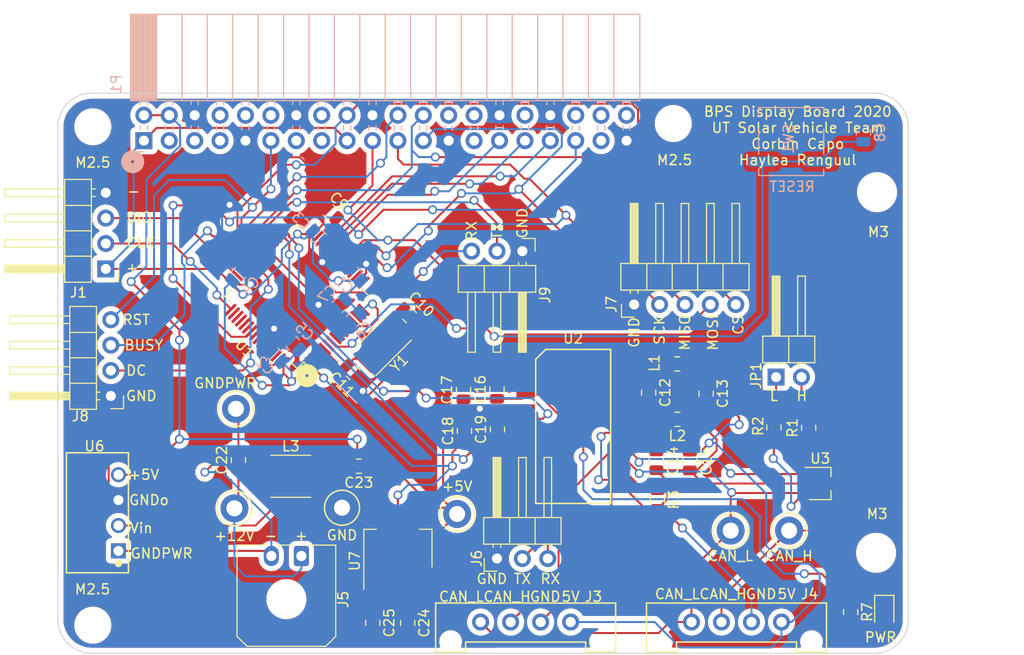
<source format=kicad_pcb>
(kicad_pcb (version 20171130) (host pcbnew "(5.1.6)-1")
  (title_block (date "15 nov 2012"))
  (layers (0 F.Cu signal) (31 B.Cu signal) (34 B.Paste user) (35 F.Paste user) (36 B.SilkS user) (37 F.SilkS user) (38 B.Mask user) (39 F.Mask user) (44 Edge.Cuts user))
  (net 0 "")
  (net 1 +3V3)
  (net 2 +5V)
  (net 3 GND)
  (net 4 /GPIO5)
  (net 5 /GPIO6)
  (net 6 "/GPIO17(GEN0)")
  (net 7 "/GPIO24(GEN5)")
  (net 8 "/GPIO25(GEN6)")
  (net 9 "/GPIO10(SPI0_MOSI)")
  (net 10 "/GPIO9(SPI0_MISO)")
  (net 11 "/GPIO11(SPI0_SCK)")
  (net 12 "/GPIO8(SPI0_CE_N)")
  (net 13 /NRST)
  (net 14 /SWCLK)
  (net 15 /SWDIO)
  (net 16 /USART6_RX)
  (net 17 /USART6_TX)
  (net 18 /GPIO13)
  (net 19 /GPIO19)
  (net 20 "Net-(C9-Pad1)")
  (net 21 "Net-(C10-Pad1)")
  (net 22 "Net-(C11-Pad1)")
  (net 23 "Net-(C12-Pad2)")
  (net 24 "Net-(C12-Pad1)")
  (net 25 "Net-(C13-Pad2)")
  (net 26 "Net-(C13-Pad1)")
  (net 27 GNDPWR)
  (net 28 +12V)
  (net 29 "Net-(D1-Pad2)")
  (net 30 /CAN2_RX)
  (net 31 /CAN2_TX)
  (net 32 /CAN/TERM_H)
  (net 33 /CAN/TERM_L)
  (net 34 "Net-(L3-Pad2)")
  (net 35 /CAN/CAN_H)
  (net 36 /CAN/CAN_L)
  (net 37 /CAN/RSlope)
  (module Connector_PinSocket_2.54mm:PinSocket_2x20_P2.54mm_Horizontal (layer B.Cu) (at 204.572 109.741 270)
    (fp_text reference P1 (at -5.65 2.77 90) (layer B.SilkS) (effects (justify mirror)))
    (fp_text value Conn_02x20_Odd_Even)
    (pad 40 thru_hole oval (at -2.54 -48.26 270) (size 1.7 1.7) (drill 1) (layers *.Cu *.Mask))
    (pad 39 thru_hole oval (at 0 -48.26 270) (size 1.7 1.7) (drill 1) (layers *.Cu *.Mask) (net 3 GND))
    (pad 38 thru_hole oval (at -2.54 -45.72 270) (size 1.7 1.7) (drill 1) (layers *.Cu *.Mask))
    (pad 37 thru_hole oval (at 0 -45.72 270) (size 1.7 1.7) (drill 1) (layers *.Cu *.Mask))
    (pad 36 thru_hole oval (at -2.54 -43.18 270) (size 1.7 1.7) (drill 1) (layers *.Cu *.Mask))
    (pad 35 thru_hole oval (at 0 -43.18 270) (size 1.7 1.7) (drill 1) (layers *.Cu *.Mask) (net 19 /GPIO19))
    (pad 34 thru_hole oval (at -2.54 -40.64 270) (size 1.7 1.7) (drill 1) (layers *.Cu *.Mask) (net 3 GND))
    (pad 33 thru_hole oval (at 0 -40.64 270) (size 1.7 1.7) (drill 1) (layers *.Cu *.Mask) (net 18 /GPIO13))
    (pad 32 thru_hole oval (at -2.54 -38.1 270) (size 1.7 1.7) (drill 1) (layers *.Cu *.Mask))
    (pad 31 thru_hole oval (at 0 -38.1 270) (size 1.7 1.7) (drill 1) (layers *.Cu *.Mask) (net 5 /GPIO6))
    (pad 30 thru_hole oval (at -2.54 -35.56 270) (size 1.7 1.7) (drill 1) (layers *.Cu *.Mask) (net 3 GND))
    (pad 29 thru_hole oval (at 0 -35.56 270) (size 1.7 1.7) (drill 1) (layers *.Cu *.Mask) (net 4 /GPIO5))
    (pad 28 thru_hole oval (at -2.54 -33.02 270) (size 1.7 1.7) (drill 1) (layers *.Cu *.Mask))
    (pad 27 thru_hole oval (at 0 -33.02 270) (size 1.7 1.7) (drill 1) (layers *.Cu *.Mask))
    (pad 26 thru_hole oval (at -2.54 -30.48 270) (size 1.7 1.7) (drill 1) (layers *.Cu *.Mask))
    (pad 25 thru_hole oval (at 0 -30.48 270) (size 1.7 1.7) (drill 1) (layers *.Cu *.Mask) (net 3 GND))
    (pad 24 thru_hole oval (at -2.54 -27.94 270) (size 1.7 1.7) (drill 1) (layers *.Cu *.Mask) (net 12 "/GPIO8(SPI0_CE_N)"))
    (pad 23 thru_hole oval (at 0 -27.94 270) (size 1.7 1.7) (drill 1) (layers *.Cu *.Mask) (net 11 "/GPIO11(SPI0_SCK)"))
    (pad 22 thru_hole oval (at -2.54 -25.4 270) (size 1.7 1.7) (drill 1) (layers *.Cu *.Mask) (net 8 "/GPIO25(GEN6)"))
    (pad 21 thru_hole oval (at 0 -25.4 270) (size 1.7 1.7) (drill 1) (layers *.Cu *.Mask) (net 10 "/GPIO9(SPI0_MISO)"))
    (pad 20 thru_hole oval (at -2.54 -22.86 270) (size 1.7 1.7) (drill 1) (layers *.Cu *.Mask) (net 3 GND))
    (pad 19 thru_hole oval (at 0 -22.86 270) (size 1.7 1.7) (drill 1) (layers *.Cu *.Mask) (net 9 "/GPIO10(SPI0_MOSI)"))
    (pad 18 thru_hole oval (at -2.54 -20.32 270) (size 1.7 1.7) (drill 1) (layers *.Cu *.Mask) (net 7 "/GPIO24(GEN5)"))
    (pad 17 thru_hole oval (at 0 -20.32 270) (size 1.7 1.7) (drill 1) (layers *.Cu *.Mask) (net 1 +3V3))
    (pad 16 thru_hole oval (at -2.54 -17.78 270) (size 1.7 1.7) (drill 1) (layers *.Cu *.Mask))
    (pad 15 thru_hole oval (at 0 -17.78 270) (size 1.7 1.7) (drill 1) (layers *.Cu *.Mask))
    (pad 14 thru_hole oval (at -2.54 -15.24 270) (size 1.7 1.7) (drill 1) (layers *.Cu *.Mask) (net 3 GND))
    (pad 13 thru_hole oval (at 0 -15.24 270) (size 1.7 1.7) (drill 1) (layers *.Cu *.Mask))
    (pad 12 thru_hole oval (at -2.54 -12.7 270) (size 1.7 1.7) (drill 1) (layers *.Cu *.Mask))
    (pad 11 thru_hole oval (at 0 -12.7 270) (size 1.7 1.7) (drill 1) (layers *.Cu *.Mask) (net 6 "/GPIO17(GEN0)"))
    (pad 10 thru_hole oval (at -2.54 -10.16 270) (size 1.7 1.7) (drill 1) (layers *.Cu *.Mask))
    (pad 9 thru_hole oval (at 0 -10.16 270) (size 1.7 1.7) (drill 1) (layers *.Cu *.Mask) (net 3 GND))
    (pad 8 thru_hole oval (at -2.54 -7.62 270) (size 1.7 1.7) (drill 1) (layers *.Cu *.Mask))
    (pad 7 thru_hole oval (at 0 -7.62 270) (size 1.7 1.7) (drill 1) (layers *.Cu *.Mask))
    (pad 6 thru_hole oval (at -2.54 -5.08 270) (size 1.7 1.7) (drill 1) (layers *.Cu *.Mask) (net 3 GND))
    (pad 5 thru_hole oval (at 0 -5.08 270) (size 1.7 1.7) (drill 1) (layers *.Cu *.Mask))
    (pad 4 thru_hole oval (at -2.54 -2.54 270) (size 1.7 1.7) (drill 1) (layers *.Cu *.Mask) (net 2 +5V))
    (pad 3 thru_hole oval (at 0 -2.54 270) (size 1.7 1.7) (drill 1) (layers *.Cu *.Mask))
    (pad 2 thru_hole oval (at -2.54 0 270) (size 1.7 1.7) (drill 1) (layers *.Cu *.Mask) (net 2 +5V))
    (pad 1 thru_hole rect (at 0 0 270) (size 1.7 1.7) (drill 1) (layers *.Cu *.Mask) (net 1 +3V3))
  )
  (module Connector_PinHeader_2.54mm:PinHeader_1x02_P2.54mm_Horizontal (layer F.Cu) (at 267.78498 133.38332 90)
    (fp_text reference JP1 (at 0.14732 -1.99898 90) (layer F.SilkS))
    (fp_text value "Termination Resistors")
    (pad 2 thru_hole oval (at 0 2.54 90) (size 1.7 1.7) (drill 1) (layers *.Cu *.Mask) (net 32 /CAN/TERM_H))
    (pad 1 thru_hole rect (at 0 0 90) (size 1.7 1.7) (drill 1) (layers *.Cu *.Mask) (net 33 /CAN/TERM_L))
  )
  (module Connector_PinHeader_2.54mm:PinHeader_1x03_P2.54mm_Horizontal (layer F.Cu) (at 242.418 120.79 270)
    (fp_text reference J9 (at 4.385 -2.27 90) (layer F.SilkS))
    (fp_text value USART_LogicAnalyzer)
    (pad 3 thru_hole oval (at 0 5.08 270) (size 1.7 1.7) (drill 1) (layers *.Cu *.Mask) (net 16 /USART6_RX))
    (pad 2 thru_hole oval (at 0 2.54 270) (size 1.7 1.7) (drill 1) (layers *.Cu *.Mask) (net 17 /USART6_TX))
    (pad 1 thru_hole rect (at 0 0 270) (size 1.7 1.7) (drill 1) (layers *.Cu *.Mask) (net 3 GND))
  )
  (module Connector_PinHeader_2.54mm:PinHeader_1x04_P2.54mm_Horizontal (layer F.Cu) (at 201.27 135.268 180)
    (fp_text reference J8 (at 3.048 -2.032) (layer F.SilkS))
    (fp_text value GEN_LogicAnalyzer)
    (pad 4 thru_hole oval (at 0 7.62 180) (size 1.7 1.7) (drill 1) (layers *.Cu *.Mask) (net 6 "/GPIO17(GEN0)"))
    (pad 3 thru_hole oval (at 0 5.08 180) (size 1.7 1.7) (drill 1) (layers *.Cu *.Mask) (net 7 "/GPIO24(GEN5)"))
    (pad 2 thru_hole oval (at 0 2.54 180) (size 1.7 1.7) (drill 1) (layers *.Cu *.Mask) (net 8 "/GPIO25(GEN6)"))
    (pad 1 thru_hole rect (at 0 0 180) (size 1.7 1.7) (drill 1) (layers *.Cu *.Mask) (net 3 GND))
  )
  (module Connector_PinHeader_2.54mm:PinHeader_1x05_P2.54mm_Horizontal (layer F.Cu) (at 253.594 126.124 90)
    (fp_text reference J7 (at 0 -2.27 90) (layer F.SilkS))
    (fp_text value SPI0_LogicAnalyzer)
    (pad 5 thru_hole oval (at 0 10.16 90) (size 1.7 1.7) (drill 1) (layers *.Cu *.Mask) (net 12 "/GPIO8(SPI0_CE_N)"))
    (pad 4 thru_hole oval (at 0 7.62 90) (size 1.7 1.7) (drill 1) (layers *.Cu *.Mask) (net 9 "/GPIO10(SPI0_MOSI)"))
    (pad 3 thru_hole oval (at 0 5.08 90) (size 1.7 1.7) (drill 1) (layers *.Cu *.Mask) (net 10 "/GPIO9(SPI0_MISO)"))
    (pad 2 thru_hole oval (at 0 2.54 90) (size 1.7 1.7) (drill 1) (layers *.Cu *.Mask) (net 11 "/GPIO11(SPI0_SCK)"))
    (pad 1 thru_hole rect (at 0 0 90) (size 1.7 1.7) (drill 1) (layers *.Cu *.Mask) (net 3 GND))
  )
  (module Connector_PinHeader_2.54mm:PinHeader_1x03_P2.54mm_Horizontal (layer F.Cu) (at 239.878 151.524 90)
    (fp_text reference J6 (at 0 -2.032 90) (layer F.SilkS))
    (fp_text value CAN_LogicAnalyzer)
    (pad 3 thru_hole oval (at 0 5.08 90) (size 1.7 1.7) (drill 1) (layers *.Cu *.Mask) (net 30 /CAN2_RX))
    (pad 2 thru_hole oval (at 0 2.54 90) (size 1.7 1.7) (drill 1) (layers *.Cu *.Mask) (net 31 /CAN2_TX))
    (pad 1 thru_hole rect (at 0 0 90) (size 1.7 1.7) (drill 1) (layers *.Cu *.Mask) (net 3 GND))
  )
  (module UTSVT_Connectors:Molex_MicroFit3.0_1x4xP3.00mm_PolarizingPeg_Vertical (layer F.Cu) (at 268.326 157.874 180)
    (fp_text reference J4 (at -2.794 2.794) (layer F.SilkS))
    (fp_text value CAN_Out)
    (pad "" np_thru_hole circle (at -3 -1.96 180) (size 1.27 1.27) (drill 1.27) (layers *.Cu *.Mask))
    (pad 3 thru_hole circle (at 6 0 180) (size 1.7 1.7) (drill 1.02) (layers *.Cu *.Mask) (net 35 /CAN/CAN_H))
    (pad 2 thru_hole circle (at 3 0 180) (size 1.7 1.7) (drill 1.02) (layers *.Cu *.Mask) (net 25 "Net-(C13-Pad2)"))
    (pad 1 thru_hole circle (at 0 0 180) (size 1.7 1.7) (drill 1.02) (layers *.Cu *.Mask) (net 26 "Net-(C13-Pad1)"))
    (pad "" np_thru_hole circle (at 12 -1.96 180) (size 1.27 1.27) (drill 1.27) (layers *.Cu *.Mask))
    (pad 4 thru_hole circle (at 9 0 180) (size 1.7 1.7) (drill 1.02) (layers *.Cu *.Mask) (net 36 /CAN/CAN_L))
  )
  (module Package_TO_SOT_SMD:SOT-223-3_TabPin2 (layer F.Cu) (at 229.972 150.508 90)
    (fp_text reference U7 (at -1.27 -4.318 90) (layer F.SilkS))
    (fp_text value NCP1117-3.3_SOT223)
    (pad 1 smd rect (at -3.15 -2.3 90) (size 2 1.5) (layers F.Cu F.Paste F.Mask) (net 3 GND))
    (pad 3 smd rect (at -3.15 2.3 90) (size 2 1.5) (layers F.Cu F.Paste F.Mask) (net 2 +5V))
    (pad 2 smd rect (at -3.15 0 90) (size 2 1.5) (layers F.Cu F.Paste F.Mask) (net 1 +3V3))
    (pad 2 smd rect (at 3.15 0 90) (size 2 3.8) (layers F.Cu F.Paste F.Mask) (net 1 +3V3))
  )
  (module TestPoint:TestPoint_Keystone_5005-5009_Compact (layer F.Cu) (at 224.384 146.444 180)
    (fp_text reference GND (at 0 -2.75) (layer F.SilkS))
    (fp_text value GND_TP)
    (pad 1 thru_hole circle (at 0 0 180) (size 2.8 2.8) (drill 1.6) (layers *.Cu *.Mask) (net 3 GND))
  )
  (module TestPoint:TestPoint_Keystone_5005-5009_Compact (layer F.Cu) (at 213.7795 136.55578)
    (fp_text reference GNDPWR (at -1.0795 -2.55778) (layer F.SilkS))
    (fp_text value GNDPWR_TP)
    (pad 1 thru_hole circle (at 0 0) (size 2.8 2.8) (drill 1.6) (layers *.Cu *.Mask) (net 27 GNDPWR))
  )
  (module TestPoint:TestPoint_Keystone_5005-5009_Compact (layer F.Cu) (at 213.6271 146.50242 180)
    (fp_text reference +12V (at 0 -2.75) (layer F.SilkS))
    (fp_text value +12V_TP)
    (pad 1 thru_hole circle (at 0 0 180) (size 2.8 2.8) (drill 1.6) (layers *.Cu *.Mask) (net 28 +12V))
  )
  (module TestPoint:TestPoint_Keystone_5005-5009_Compact (layer F.Cu) (at 235.89528 147.06884)
    (fp_text reference +5V (at 0 -2.75) (layer F.SilkS))
    (fp_text value +3.3V_TP)
    (pad 1 thru_hole circle (at 0 0) (size 2.8 2.8) (drill 1.6) (layers *.Cu *.Mask) (net 2 +5V))
  )
  (module TestPoint:TestPoint_Keystone_5005-5009_Compact (layer F.Cu) (at 263.246 148.73 90)
    (fp_text reference CAN_L (at -2.54 0) (layer F.SilkS))
    (fp_text value CAN_L)
    (pad 1 thru_hole circle (at 0 0 90) (size 2.8 2.8) (drill 1.6) (layers *.Cu *.Mask) (net 36 /CAN/CAN_L))
  )
  (module TestPoint:TestPoint_Keystone_5005-5009_Compact (layer F.Cu) (at 269.088 148.73 90)
    (fp_text reference CAN_H (at -2.54 0) (layer F.SilkS))
    (fp_text value CAN_H)
    (pad 1 thru_hole circle (at 0 0 90) (size 2.8 2.8) (drill 1.6) (layers *.Cu *.Mask) (net 35 /CAN/CAN_H))
  )
  (module Resistor_SMD:R_0805_2012Metric (layer F.Cu) (at 275.24242 156.8834 270)
    (fp_text reference R7 (at 0 -1.65 90) (layer F.SilkS))
    (fp_text value 1.5k)
    (pad 2 smd roundrect (at 0.9375 0 270) (size 0.975 1.4) (layers F.Cu F.Paste F.Mask) (net 29 "Net-(D1-Pad2)"))
    (pad 1 smd roundrect (at -0.9375 0 270) (size 0.975 1.4) (layers F.Cu F.Paste F.Mask) (net 2 +5V))
  )
  (module Resistor_SMD:R_0805_2012Metric (layer F.Cu) (at 255.92826 145.62358 270)
    (fp_text reference R3 (at 0.0231 -1.6256 90) (layer F.SilkS))
    (fp_text value 0)
    (pad 2 smd roundrect (at 0.9375 0 270) (size 0.975 1.4) (layers F.Cu F.Paste F.Mask) (net 25 "Net-(C13-Pad2)"))
    (pad 1 smd roundrect (at -0.9375 0 270) (size 0.975 1.4) (layers F.Cu F.Paste F.Mask) (net 37 /CAN/RSlope))
  )
  (module Resistor_SMD:R_0805_2012Metric (layer F.Cu) (at 267.57162 138.40998 270)
    (fp_text reference R2 (at -0.12192 1.57988 90) (layer F.SilkS))
    (fp_text value 60)
    (pad 2 smd roundrect (at 0.9375 0 270) (size 0.975 1.4) (layers F.Cu F.Paste F.Mask) (net 36 /CAN/CAN_L))
    (pad 1 smd roundrect (at -0.9375 0 270) (size 0.975 1.4) (layers F.Cu F.Paste F.Mask) (net 33 /CAN/TERM_L))
  )
  (module Resistor_SMD:R_0805_2012Metric (layer F.Cu) (at 271.0438 138.443 270)
    (fp_text reference R1 (at 0.01016 1.62052 90) (layer F.SilkS))
    (fp_text value 60)
    (pad 2 smd roundrect (at 0.9375 0 270) (size 0.975 1.4) (layers F.Cu F.Paste F.Mask) (net 35 /CAN/CAN_H))
    (pad 1 smd roundrect (at -0.9375 0 270) (size 0.975 1.4) (layers F.Cu F.Paste F.Mask) (net 32 /CAN/TERM_H))
  )
  (module Inductor_SMD:L_Taiyo-Yuden_MD-4040 (layer F.Cu) (at 219.26336 143.29948)
    (fp_text reference L3 (at 0 -3) (layer F.SilkS))
    (fp_text value 6.8u)
    (pad 2 smd rect (at 1.4 0) (size 1.2 3.7) (layers F.Cu F.Paste F.Mask) (net 34 "Net-(L3-Pad2)"))
    (pad 1 smd rect (at -1.4 0) (size 1.2 3.7) (layers F.Cu F.Paste F.Mask) (net 28 +12V))
  )
  (module Inductor_SMD:L_0805_2012Metric (layer F.Cu) (at 257.912 137.6048 180)
    (fp_text reference L2 (at 0 -1.65) (layer F.SilkS))
    (fp_text value 2kH)
    (pad 2 smd roundrect (at 0.9375 0 180) (size 0.975 1.4) (layers F.Cu F.Paste F.Mask) (net 23 "Net-(C12-Pad2)"))
    (pad 1 smd roundrect (at -0.9375 0 180) (size 0.975 1.4) (layers F.Cu F.Paste F.Mask) (net 25 "Net-(C13-Pad2)"))
  )
  (module Inductor_SMD:L_0805_2012Metric (layer F.Cu) (at 257.912 132.0676 180)
    (fp_text reference L1 (at 2.286 0.1016 90) (layer F.SilkS))
    (fp_text value 2kH)
    (pad 2 smd roundrect (at 0.9375 0 180) (size 0.975 1.4) (layers F.Cu F.Paste F.Mask) (net 24 "Net-(C12-Pad1)"))
    (pad 1 smd roundrect (at -0.9375 0 180) (size 0.975 1.4) (layers F.Cu F.Paste F.Mask) (net 26 "Net-(C13-Pad1)"))
  )
  (module LED_SMD:LED_0805_2012Metric (layer F.Cu) (at 278.60538 156.89356 270)
    (fp_text reference PWR (at 2.50444 0.37338 180) (layer F.SilkS))
    (fp_text value PowerOn)
    (pad 2 smd roundrect (at 0.9375 0 270) (size 0.975 1.4) (layers F.Cu F.Paste F.Mask) (net 29 "Net-(D1-Pad2)"))
    (pad 1 smd roundrect (at -0.9375 0 270) (size 0.975 1.4) (layers F.Cu F.Paste F.Mask) (net 3 GND))
  )
  (module Capacitor_SMD:C_0805_2012Metric (layer F.Cu) (at 227.45486 157.9502 270)
    (fp_text reference C25 (at 0 -1.65 90) (layer F.SilkS))
    (fp_text value 10u)
    (pad 2 smd roundrect (at 0.9375 0 270) (size 0.975 1.4) (layers F.Cu F.Paste F.Mask) (net 3 GND))
    (pad 1 smd roundrect (at -0.9375 0 270) (size 0.975 1.4) (layers F.Cu F.Paste F.Mask) (net 1 +3V3))
  )
  (module Capacitor_SMD:C_0805_2012Metric (layer F.Cu) (at 230.9499 157.97282 270)
    (fp_text reference C24 (at 0 -1.65 90) (layer F.SilkS))
    (fp_text value 10u)
    (pad 2 smd roundrect (at 0.9375 0 270) (size 0.975 1.4) (layers F.Cu F.Paste F.Mask) (net 3 GND))
    (pad 1 smd roundrect (at -0.9375 0 270) (size 0.975 1.4) (layers F.Cu F.Paste F.Mask) (net 2 +5V))
  )
  (module Capacitor_SMD:C_0805_2012Metric (layer F.Cu) (at 226.06548 142.28856 180)
    (fp_text reference C23 (at 0 -1.65) (layer F.SilkS))
    (fp_text value 4.7u)
    (pad 2 smd roundrect (at 0.9375 0 180) (size 0.975 1.4) (layers F.Cu F.Paste F.Mask) (net 3 GND))
    (pad 1 smd roundrect (at -0.9375 0 180) (size 0.975 1.4) (layers F.Cu F.Paste F.Mask) (net 2 +5V))
  )
  (module Capacitor_SMD:C_0805_2012Metric (layer F.Cu) (at 214.02588 141.68404 90)
    (fp_text reference C22 (at 0 -1.65 90) (layer F.SilkS))
    (fp_text value 4.7u)
    (pad 2 smd roundrect (at 0.9375 0 90) (size 0.975 1.4) (layers F.Cu F.Paste F.Mask) (net 27 GNDPWR))
    (pad 1 smd roundrect (at -0.9375 0 90) (size 0.975 1.4) (layers F.Cu F.Paste F.Mask) (net 28 +12V))
  )
  (module Capacitor_SMD:C_0805_2012Metric (layer F.Cu) (at 239.92372 138.62104 90)
    (fp_text reference C19 (at 0 -1.65 90) (layer F.SilkS))
    (fp_text value 0.01uF)
    (pad 2 smd roundrect (at 0.9375 0 90) (size 0.975 1.4) (layers F.Cu F.Paste F.Mask) (net 3 GND))
    (pad 1 smd roundrect (at -0.9375 0 90) (size 0.975 1.4) (layers F.Cu F.Paste F.Mask) (net 1 +3V3))
  )
  (module Capacitor_SMD:C_0805_2012Metric (layer F.Cu) (at 236.6268 138.77344 90)
    (fp_text reference C18 (at 0 -1.65 90) (layer F.SilkS))
    (fp_text value 0.1uF)
    (pad 2 smd roundrect (at 0.9375 0 90) (size 0.975 1.4) (layers F.Cu F.Paste F.Mask) (net 3 GND))
    (pad 1 smd roundrect (at -0.9375 0 90) (size 0.975 1.4) (layers F.Cu F.Paste F.Mask) (net 1 +3V3))
  )
  (module Capacitor_SMD:C_0805_2012Metric (layer F.Cu) (at 236.53028 134.66626 90)
    (fp_text reference C17 (at 0 -1.65 90) (layer F.SilkS))
    (fp_text value 0.1uF)
    (pad 2 smd roundrect (at 0.9375 0 90) (size 0.975 1.4) (layers F.Cu F.Paste F.Mask) (net 3 GND))
    (pad 1 smd roundrect (at -0.9375 0 90) (size 0.975 1.4) (layers F.Cu F.Paste F.Mask) (net 2 +5V))
  )
  (module Capacitor_SMD:C_0805_2012Metric (layer F.Cu) (at 239.878 134.61546 90)
    (fp_text reference C16 (at 0 -1.65 90) (layer F.SilkS))
    (fp_text value 10uF)
    (pad 2 smd roundrect (at 0.9375 0 90) (size 0.975 1.4) (layers F.Cu F.Paste F.Mask) (net 3 GND))
    (pad 1 smd roundrect (at -0.9375 0 90) (size 0.975 1.4) (layers F.Cu F.Paste F.Mask) (net 2 +5V))
  )
  (module Capacitor_SMD:C_0805_2012Metric (layer F.Cu) (at 259.16422 141.77318 270)
    (fp_text reference C15 (at 0 -1.65 90) (layer F.SilkS))
    (fp_text value 0.01uF)
    (pad 2 smd roundrect (at 0.9375 0 270) (size 0.975 1.4) (layers F.Cu F.Paste F.Mask) (net 25 "Net-(C13-Pad2)"))
    (pad 1 smd roundrect (at -0.9375 0 270) (size 0.975 1.4) (layers F.Cu F.Paste F.Mask) (net 26 "Net-(C13-Pad1)"))
  )
  (module Capacitor_SMD:C_0805_2012Metric (layer F.Cu) (at 255.8165 141.75008 270)
    (fp_text reference C14 (at 0 -1.65 90) (layer F.SilkS))
    (fp_text value 0.1uF)
    (pad 2 smd roundrect (at 0.9375 0 270) (size 0.975 1.4) (layers F.Cu F.Paste F.Mask) (net 25 "Net-(C13-Pad2)"))
    (pad 1 smd roundrect (at -0.9375 0 270) (size 0.975 1.4) (layers F.Cu F.Paste F.Mask) (net 26 "Net-(C13-Pad1)"))
  )
  (module Capacitor_SMD:C_0805_2012Metric (layer F.Cu) (at 260.78728 135.03662 270)
    (fp_text reference C13 (at 0 -1.65 90) (layer F.SilkS))
    (fp_text value 10uF)
    (pad 2 smd roundrect (at 0.9375 0 270) (size 0.975 1.4) (layers F.Cu F.Paste F.Mask) (net 25 "Net-(C13-Pad2)"))
    (pad 1 smd roundrect (at -0.9375 0 270) (size 0.975 1.4) (layers F.Cu F.Paste F.Mask) (net 26 "Net-(C13-Pad1)"))
  )
  (module Capacitor_SMD:C_0805_2012Metric (layer F.Cu) (at 255.04434 134.93756 270)
    (fp_text reference C12 (at 0 -1.65 90) (layer F.SilkS))
    (fp_text value 0.22uF)
    (pad 2 smd roundrect (at 0.9375 0 270) (size 0.975 1.4) (layers F.Cu F.Paste F.Mask) (net 23 "Net-(C12-Pad2)"))
    (pad 1 smd roundrect (at -0.9375 0 270) (size 0.975 1.4) (layers F.Cu F.Paste F.Mask) (net 24 "Net-(C12-Pad1)"))
  )
  (module Crystal:Crystal_SMD_TXC_7A-2Pin_5x3.2mm (layer F.Cu) (at 228.337689 130.241872 225)
    (fp_text reference Y1 (at 0 -2.5 45) (layer F.SilkS))
    (fp_text value 8M)
    (pad 1 smd rect (at -1.85 0 225) (size 1.7 2.4) (layers F.Cu F.Paste F.Mask) (net 21 "Net-(C10-Pad1)"))
    (pad 2 smd rect (at 1.85 0 225) (size 1.7 2.4) (layers F.Cu F.Paste F.Mask) (net 22 "Net-(C11-Pad1)"))
  )
  (module Package_QFP:LQFP-64_10x10mm_P0.5mm (layer F.Cu) (at 219.88566 125.30104 135)
    (fp_text reference U1 (at 0 -7.4 135) (layer F.SilkS))
    (fp_text value STM32F413RHTx)
    (pad 1 smd roundrect (at -5.675 -3.75 135) (size 1.55 0.3) (layers F.Cu F.Paste F.Mask) (net 1 +3V3))
    (pad 2 smd roundrect (at -5.675 -3.25 135) (size 1.55 0.3) (layers F.Cu F.Paste F.Mask))
    (pad 3 smd roundrect (at -5.675 -2.75 135) (size 1.55 0.3) (layers F.Cu F.Paste F.Mask))
    (pad 4 smd roundrect (at -5.675 -2.25 135) (size 1.55 0.3) (layers F.Cu F.Paste F.Mask))
    (pad 5 smd roundrect (at -5.675 -1.75 135) (size 1.55 0.3) (layers F.Cu F.Paste F.Mask) (net 21 "Net-(C10-Pad1)"))
    (pad 6 smd roundrect (at -5.675 -1.25 135) (size 1.55 0.3) (layers F.Cu F.Paste F.Mask) (net 22 "Net-(C11-Pad1)"))
    (pad 7 smd roundrect (at -5.675 -0.75 135) (size 1.55 0.3) (layers F.Cu F.Paste F.Mask) (net 13 /NRST))
    (pad 8 smd roundrect (at -5.675 -0.25 135) (size 1.55 0.3) (layers F.Cu F.Paste F.Mask))
    (pad 9 smd roundrect (at -5.675 0.25 135) (size 1.55 0.3) (layers F.Cu F.Paste F.Mask))
    (pad 10 smd roundrect (at -5.675 0.75 135) (size 1.55 0.3) (layers F.Cu F.Paste F.Mask))
    (pad 11 smd roundrect (at -5.675 1.25 135) (size 1.55 0.3) (layers F.Cu F.Paste F.Mask))
    (pad 12 smd roundrect (at -5.675 1.75 135) (size 1.55 0.3) (layers F.Cu F.Paste F.Mask) (net 3 GND))
    (pad 13 smd roundrect (at -5.675 2.25 135) (size 1.55 0.3) (layers F.Cu F.Paste F.Mask) (net 1 +3V3))
    (pad 14 smd roundrect (at -5.675 2.75 135) (size 1.55 0.3) (layers F.Cu F.Paste F.Mask))
    (pad 15 smd roundrect (at -5.675 3.25 135) (size 1.55 0.3) (layers F.Cu F.Paste F.Mask))
    (pad 16 smd roundrect (at -5.675 3.75 135) (size 1.55 0.3) (layers F.Cu F.Paste F.Mask))
    (pad 17 smd roundrect (at -3.75 5.675 135) (size 0.3 1.55) (layers F.Cu F.Paste F.Mask))
    (pad 18 smd roundrect (at -3.25 5.675 135) (size 0.3 1.55) (layers F.Cu F.Paste F.Mask) (net 3 GND))
    (pad 19 smd roundrect (at -2.75 5.675 135) (size 0.3 1.55) (layers F.Cu F.Paste F.Mask) (net 1 +3V3))
    (pad 20 smd roundrect (at -2.25 5.675 135) (size 0.3 1.55) (layers F.Cu F.Paste F.Mask))
    (pad 21 smd roundrect (at -1.75 5.675 135) (size 0.3 1.55) (layers F.Cu F.Paste F.Mask) (net 11 "/GPIO11(SPI0_SCK)"))
    (pad 22 smd roundrect (at -1.25 5.675 135) (size 0.3 1.55) (layers F.Cu F.Paste F.Mask) (net 10 "/GPIO9(SPI0_MISO)"))
    (pad 23 smd roundrect (at -0.75 5.675 135) (size 0.3 1.55) (layers F.Cu F.Paste F.Mask) (net 9 "/GPIO10(SPI0_MOSI)"))
    (pad 24 smd roundrect (at -0.25 5.675 135) (size 0.3 1.55) (layers F.Cu F.Paste F.Mask))
    (pad 25 smd roundrect (at 0.25 5.675 135) (size 0.3 1.55) (layers F.Cu F.Paste F.Mask))
    (pad 26 smd roundrect (at 0.75 5.675 135) (size 0.3 1.55) (layers F.Cu F.Paste F.Mask) (net 4 /GPIO5))
    (pad 27 smd roundrect (at 1.25 5.675 135) (size 0.3 1.55) (layers F.Cu F.Paste F.Mask) (net 5 /GPIO6))
    (pad 28 smd roundrect (at 1.75 5.675 135) (size 0.3 1.55) (layers F.Cu F.Paste F.Mask) (net 18 /GPIO13))
    (pad 29 smd roundrect (at 2.25 5.675 135) (size 0.3 1.55) (layers F.Cu F.Paste F.Mask))
    (pad 30 smd roundrect (at 2.75 5.675 135) (size 0.3 1.55) (layers F.Cu F.Paste F.Mask) (net 20 "Net-(C9-Pad1)"))
    (pad 31 smd roundrect (at 3.25 5.675 135) (size 0.3 1.55) (layers F.Cu F.Paste F.Mask) (net 3 GND))
    (pad 32 smd roundrect (at 3.75 5.675 135) (size 0.3 1.55) (layers F.Cu F.Paste F.Mask) (net 1 +3V3))
    (pad 33 smd roundrect (at 5.675 3.75 135) (size 1.55 0.3) (layers F.Cu F.Paste F.Mask) (net 30 /CAN2_RX))
    (pad 34 smd roundrect (at 5.675 3.25 135) (size 1.55 0.3) (layers F.Cu F.Paste F.Mask) (net 31 /CAN2_TX))
    (pad 35 smd roundrect (at 5.675 2.75 135) (size 1.55 0.3) (layers F.Cu F.Paste F.Mask))
    (pad 36 smd roundrect (at 5.675 2.25 135) (size 1.55 0.3) (layers F.Cu F.Paste F.Mask))
    (pad 37 smd roundrect (at 5.675 1.75 135) (size 1.55 0.3) (layers F.Cu F.Paste F.Mask) (net 17 /USART6_TX))
    (pad 38 smd roundrect (at 5.675 1.25 135) (size 1.55 0.3) (layers F.Cu F.Paste F.Mask) (net 16 /USART6_RX))
    (pad 39 smd roundrect (at 5.675 0.75 135) (size 1.55 0.3) (layers F.Cu F.Paste F.Mask))
    (pad 40 smd roundrect (at 5.675 0.25 135) (size 1.55 0.3) (layers F.Cu F.Paste F.Mask))
    (pad 41 smd roundrect (at 5.675 -0.25 135) (size 1.55 0.3) (layers F.Cu F.Paste F.Mask) (net 12 "/GPIO8(SPI0_CE_N)"))
    (pad 42 smd roundrect (at 5.675 -0.75 135) (size 1.55 0.3) (layers F.Cu F.Paste F.Mask) (net 8 "/GPIO25(GEN6)"))
    (pad 43 smd roundrect (at 5.675 -1.25 135) (size 1.55 0.3) (layers F.Cu F.Paste F.Mask) (net 6 "/GPIO17(GEN0)"))
    (pad 44 smd roundrect (at 5.675 -1.75 135) (size 1.55 0.3) (layers F.Cu F.Paste F.Mask) (net 7 "/GPIO24(GEN5)"))
    (pad 45 smd roundrect (at 5.675 -2.25 135) (size 1.55 0.3) (layers F.Cu F.Paste F.Mask))
    (pad 46 smd roundrect (at 5.675 -2.75 135) (size 1.55 0.3) (layers F.Cu F.Paste F.Mask) (net 15 /SWDIO))
    (pad 47 smd roundrect (at 5.675 -3.25 135) (size 1.55 0.3) (layers F.Cu F.Paste F.Mask) (net 3 GND))
    (pad 48 smd roundrect (at 5.675 -3.75 135) (size 1.55 0.3) (layers F.Cu F.Paste F.Mask) (net 1 +3V3))
    (pad 49 smd roundrect (at 3.75 -5.675 135) (size 0.3 1.55) (layers F.Cu F.Paste F.Mask) (net 14 /SWCLK))
    (pad 50 smd roundrect (at 3.25 -5.675 135) (size 0.3 1.55) (layers F.Cu F.Paste F.Mask))
    (pad 51 smd roundrect (at 2.75 -5.675 135) (size 0.3 1.55) (layers F.Cu F.Paste F.Mask))
    (pad 52 smd roundrect (at 2.25 -5.675 135) (size 0.3 1.55) (layers F.Cu F.Paste F.Mask))
    (pad 53 smd roundrect (at 1.75 -5.675 135) (size 0.3 1.55) (layers F.Cu F.Paste F.Mask))
    (pad 54 smd roundrect (at 1.25 -5.675 135) (size 0.3 1.55) (layers F.Cu F.Paste F.Mask))
    (pad 55 smd roundrect (at 0.75 -5.675 135) (size 0.3 1.55) (layers F.Cu F.Paste F.Mask) (net 19 /GPIO19))
    (pad 56 smd roundrect (at 0.25 -5.675 135) (size 0.3 1.55) (layers F.Cu F.Paste F.Mask))
    (pad 57 smd roundrect (at -0.25 -5.675 135) (size 0.3 1.55) (layers F.Cu F.Paste F.Mask))
    (pad 58 smd roundrect (at -0.75 -5.675 135) (size 0.3 1.55) (layers F.Cu F.Paste F.Mask))
    (pad 59 smd roundrect (at -1.25 -5.675 135) (size 0.3 1.55) (layers F.Cu F.Paste F.Mask))
    (pad 60 smd roundrect (at -1.75 -5.675 135) (size 0.3 1.55) (layers F.Cu F.Paste F.Mask) (net 3 GND))
    (pad 61 smd roundrect (at -2.25 -5.675 135) (size 0.3 1.55) (layers F.Cu F.Paste F.Mask))
    (pad 62 smd roundrect (at -2.75 -5.675 135) (size 0.3 1.55) (layers F.Cu F.Paste F.Mask))
    (pad 63 smd roundrect (at -3.25 -5.675 135) (size 0.3 1.55) (layers F.Cu F.Paste F.Mask) (net 3 GND))
    (pad 64 smd roundrect (at -3.75 -5.675 135) (size 0.3 1.55) (layers F.Cu F.Paste F.Mask) (net 1 +3V3))
  )
  (module Button_Switch_SMD:SW_SPST_B3SL-1002P (layer B.Cu) (at 269.29628 109.8299)
    (fp_text reference SW1 (at -0.25908 -0.2667 -90) (layer B.SilkS) (effects (justify mirror)))
    (fp_text value Reset)
    (pad 2 smd rect (at -2.875 -2) (size 2.75 1) (layers B.Cu B.Paste B.Mask) (net 3 GND))
    (pad 2 smd rect (at 2.875 -2) (size 2.75 1) (layers B.Cu B.Paste B.Mask) (net 3 GND))
    (pad 1 smd rect (at 2.875 2) (size 2.75 1) (layers B.Cu B.Paste B.Mask) (net 13 /NRST))
    (pad 1 smd rect (at -2.875 2) (size 2.75 1) (layers B.Cu B.Paste B.Mask) (net 13 /NRST))
  )
  (module Connector_PinHeader_2.54mm:PinHeader_1x04_P2.54mm_Horizontal (layer F.Cu) (at 200.762 122.568 180)
    (fp_text reference J1 (at 2.7305 -2.3495) (layer F.SilkS))
    (fp_text value SWD)
    (pad 4 thru_hole oval (at 0 7.62 180) (size 1.7 1.7) (drill 1) (layers *.Cu *.Mask) (net 3 GND))
    (pad 3 thru_hole oval (at 0 5.08 180) (size 1.7 1.7) (drill 1) (layers *.Cu *.Mask) (net 15 /SWDIO))
    (pad 2 thru_hole oval (at 0 2.54 180) (size 1.7 1.7) (drill 1) (layers *.Cu *.Mask) (net 14 /SWCLK))
    (pad 1 thru_hole rect (at 0 0 180) (size 1.7 1.7) (drill 1) (layers *.Cu *.Mask) (net 1 +3V3))
  )
  (module Capacitor_SMD:C_0805_2012Metric (layer F.Cu) (at 225.49437 132.959127 315)
    (fp_text reference C11 (at 0.01802 1.62052 135) (layer F.SilkS))
    (fp_text value 8p)
    (pad 1 smd roundrect (at -0.9375 0 315) (size 0.975 1.4) (layers F.Cu F.Paste F.Mask) (net 22 "Net-(C11-Pad1)"))
    (pad 2 smd roundrect (at 0.9375 0 315) (size 0.975 1.4) (layers F.Cu F.Paste F.Mask) (net 3 GND))
  )
  (module Capacitor_SMD:C_0805_2012Metric (layer F.Cu) (at 231.137563 127.265645 315)
    (fp_text reference C10 (at 0 -1.65 135) (layer F.SilkS))
    (fp_text value 8p)
    (pad 1 smd roundrect (at -0.9375 0 315) (size 0.975 1.4) (layers F.Cu F.Paste F.Mask) (net 21 "Net-(C10-Pad1)"))
    (pad 2 smd roundrect (at 0.9375 0 315) (size 0.975 1.4) (layers F.Cu F.Paste F.Mask) (net 3 GND))
  )
  (module Capacitor_SMD:C_0805_2012Metric (layer F.Cu) (at 223.18258 116.84792 135)
    (fp_text reference C9 (at 0.12192 1.38176 135) (layer F.SilkS))
    (fp_text value 2.2u)
    (pad 1 smd roundrect (at -0.9375 0 135) (size 0.975 1.4) (layers F.Cu F.Paste F.Mask) (net 20 "Net-(C9-Pad1)"))
    (pad 2 smd roundrect (at 0.9375 0 135) (size 0.975 1.4) (layers F.Cu F.Paste F.Mask) (net 3 GND))
  )
  (module Capacitor_SMD:C_0805_2012Metric (layer B.Cu) (at 276.52004 108.91804 90)
    (fp_text reference C8 (at 0 1.65 270) (layer B.SilkS) (effects (justify mirror)))
    (fp_text value 0.1u)
    (pad 1 smd roundrect (at -0.9375 0 90) (size 0.975 1.4) (layers B.Cu B.Paste B.Mask) (net 13 /NRST))
    (pad 2 smd roundrect (at 0.9375 0 90) (size 0.975 1.4) (layers B.Cu B.Paste B.Mask) (net 3 GND))
  )
  (module Capacitor_SMD:C_0805_2012Metric (layer B.Cu) (at 224.0665 126.251 225)
    (fp_text reference C7 (at 0 1.65 225) (layer B.SilkS) (effects (justify mirror)))
    (fp_text value 1u)
    (pad 1 smd roundrect (at -0.9375 0 225) (size 0.975 1.4) (layers B.Cu B.Paste B.Mask) (net 1 +3V3))
    (pad 2 smd roundrect (at 0.9375 0 225) (size 0.975 1.4) (layers B.Cu B.Paste B.Mask) (net 3 GND))
  )
  (module Capacitor_SMD:C_0805_2012Metric (layer B.Cu) (at 225.521893 127.632787 225)
    (fp_text reference C6 (at 0.05588 -1.55956 225) (layer B.SilkS) (effects (justify mirror)))
    (fp_text value 0.1u)
    (pad 1 smd roundrect (at -0.9375 0 225) (size 0.975 1.4) (layers B.Cu B.Paste B.Mask) (net 1 +3V3))
    (pad 2 smd roundrect (at 0.9375 0 225) (size 0.975 1.4) (layers B.Cu B.Paste B.Mask) (net 3 GND))
  )
  (module Capacitor_SMD:C_0805_2012Metric (layer B.Cu) (at 219.451293 129.992393 135)
    (fp_text reference C5 (at 0 1.65 135) (layer B.SilkS) (effects (justify mirror)))
    (fp_text value 4.7u)
    (pad 1 smd roundrect (at -0.9375 0 135) (size 0.975 1.4) (layers B.Cu B.Paste B.Mask) (net 1 +3V3))
    (pad 2 smd roundrect (at 0.9375 0 135) (size 0.975 1.4) (layers B.Cu B.Paste B.Mask) (net 3 GND))
  )
  (module Capacitor_SMD:C_0805_2012Metric (layer B.Cu) (at 214.069087 123.091213 45)
    (fp_text reference C4 (at 0 1.65 225) (layer B.SilkS) (effects (justify mirror)))
    (fp_text value 0.1u)
    (pad 1 smd roundrect (at -0.9375 0 45) (size 0.975 1.4) (layers B.Cu B.Paste B.Mask) (net 1 +3V3))
    (pad 2 smd roundrect (at 0.9375 0 45) (size 0.975 1.4) (layers B.Cu B.Paste B.Mask) (net 3 GND))
  )
  (module Capacitor_SMD:C_0805_2012Metric (layer B.Cu) (at 222.136073 119.453933 315)
    (fp_text reference C3 (at -2.52452 0.12446 315) (layer B.SilkS) (effects (justify mirror)))
    (fp_text value 0.1u)
    (pad 1 smd roundrect (at -0.9375 0 315) (size 0.975 1.4) (layers B.Cu B.Paste B.Mask) (net 1 +3V3))
    (pad 2 smd roundrect (at 0.9375 0 315) (size 0.975 1.4) (layers B.Cu B.Paste B.Mask) (net 3 GND))
  )
  (module Capacitor_SMD:C_0805_2012Metric (layer B.Cu) (at 217.663187 131.168467 135)
    (fp_text reference C2 (at -0.04596 -1.45796 315) (layer B.SilkS) (effects (justify mirror)))
    (fp_text value 0.1u)
    (pad 1 smd roundrect (at -0.9375 0 135) (size 0.975 1.4) (layers B.Cu B.Paste B.Mask) (net 1 +3V3))
    (pad 2 smd roundrect (at 0.9375 0 135) (size 0.975 1.4) (layers B.Cu B.Paste B.Mask) (net 3 GND))
  )
  (module Capacitor_SMD:C_0805_2012Metric (layer B.Cu) (at 225.6159 123.08362 135)
    (fp_text reference C1 (at -0.00738 -1.48844 315) (layer B.SilkS) (effects (justify mirror)))
    (fp_text value 0.1u)
    (pad 1 smd roundrect (at -0.9375 0 135) (size 0.975 1.4) (layers B.Cu B.Paste B.Mask) (net 1 +3V3))
    (pad 2 smd roundrect (at 0.9375 0 135) (size 0.975 1.4) (layers B.Cu B.Paste B.Mask) (net 3 GND))
  )
  (module UTSVT_Connectors:Molex_MicroFit3.0_1x4xP3.00mm_PolarizingPeg_Vertical (layer F.Cu) (at 247.244 157.874 180)
    (fp_text reference J3 (at -2.286 2.54) (layer F.SilkS))
    (fp_text value CAN_Out)
    (pad 4 thru_hole circle (at 9 0 180) (size 1.7 1.7) (drill 1.02) (layers *.Cu *.Mask) (net 36 /CAN/CAN_L))
    (pad "" np_thru_hole circle (at 12 -1.96 180) (size 1.27 1.27) (drill 1.27) (layers *.Cu *.Mask))
    (pad 1 thru_hole circle (at 0 0 180) (size 1.7 1.7) (drill 1.02) (layers *.Cu *.Mask) (net 26 "Net-(C13-Pad1)"))
    (pad 2 thru_hole circle (at 3 0 180) (size 1.7 1.7) (drill 1.02) (layers *.Cu *.Mask) (net 25 "Net-(C13-Pad2)"))
    (pad 3 thru_hole circle (at 6 0 180) (size 1.7 1.7) (drill 1.02) (layers *.Cu *.Mask) (net 35 /CAN/CAN_H))
    (pad "" np_thru_hole circle (at -3 -1.96 180) (size 1.27 1.27) (drill 1.27) (layers *.Cu *.Mask))
  )
  (module Connector_Molex:Molex_Micro-Fit_3.0_43650-0200_1x02_P3.00mm_Horizontal (layer F.Cu) (at 220.32 151.27 180)
    (fp_text reference J5 (at -4.18846 -4.3561 270) (layer F.SilkS))
    (fp_text value CarPowerConnector)
    (pad "" np_thru_hole circle (at 1.5 -4.32 180) (size 3 3) (drill 3) (layers *.Cu *.Mask))
    (pad 1 thru_hole roundrect (at 0 0 180) (size 1.5 2.02) (drill 1.02) (layers *.Cu *.Mask) (roundrect_rratio 0.166667) (net 28 +12V))
    (pad 2 thru_hole oval (at 3 0 180) (size 1.5 2.02) (drill 1.02) (layers *.Cu *.Mask) (net 27 GNDPWR))
  )
  (module MountingHole:MountingHole_2.7mm_M2.5 (layer F.Cu) (at 199.46914 108.35416 180)
    (fp_text reference MK1 hide)
    (fp_text value M2.5)
    (pad 1 np_thru_hole circle (at 0 0 180) (size 2.7 2.7) (drill 2.7) (layers *.Cu *.Mask))
  )
  (module MountingHole:MountingHole_2.7mm_M2.5 (layer F.Cu) (at 199.46914 158.18896 180)
    (fp_text reference MK2 hide)
    (fp_text value M2.5)
    (pad 1 np_thru_hole circle (at 0 0 180) (size 2.7 2.7) (drill 2.7) (layers *.Cu *.Mask))
  )
  (module MountingHole:MountingHole_3mm (layer F.Cu) (at 277.88148 114.89466 180)
    (fp_text reference MK3 hide)
    (fp_text value M3)
    (pad 1 np_thru_hole circle (at 0 0 180) (size 3 3) (drill 3) (layers *.Cu *.Mask))
  )
  (module MountingHole:MountingHole_2.7mm_M2.5 (layer F.Cu) (at 257.50814 108.02904)
    (fp_text reference MK4 hide)
    (fp_text value M2.5)
    (pad 1 np_thru_hole circle (at 0 0) (size 2.7 2.7) (drill 2.7) (layers *.Cu *.Mask))
  )
  (module MountingHole:MountingHole_3mm (layer F.Cu) (at 277.7875 150.9525)
    (fp_text reference MK5 hide)
    (fp_text value M3)
    (pad 1 np_thru_hole circle (at 0 0) (size 3 3) (drill 3) (layers *.Cu *.Mask))
  )
  (module UTSVT_ICs:SOIC-20W_7.5x15.4mm_Pitch1.27mm (layer F.Cu) (at 247.498 138.316)
    (fp_text reference U2 (at 0 -8.8) (layer F.SilkS))
    (fp_text value ADM3055E)
    (pad 1 smd rect (at -4.7 -5.715) (size 1.95 0.6) (layers F.Cu F.Paste F.Mask) (net 3 GND))
    (pad 2 smd rect (at -4.7 -4.445) (size 1.95 0.6) (layers F.Cu F.Paste F.Mask) (net 3 GND))
    (pad 3 smd rect (at -4.7 -3.175) (size 1.95 0.6) (layers F.Cu F.Paste F.Mask) (net 2 +5V))
    (pad 4 smd rect (at -4.7 -1.905) (size 1.95 0.6) (layers F.Cu F.Paste F.Mask) (net 1 +3V3))
    (pad 5 smd rect (at -4.7 -0.635) (size 1.95 0.6) (layers F.Cu F.Paste F.Mask) (net 30 /CAN2_RX))
    (pad 6 smd rect (at -4.7 0.635) (size 1.95 0.6) (layers F.Cu F.Paste F.Mask))
    (pad 7 smd rect (at -4.7 1.905) (size 1.95 0.6) (layers F.Cu F.Paste F.Mask) (net 31 /CAN2_TX))
    (pad 8 smd rect (at -4.7 3.175) (size 1.95 0.6) (layers F.Cu F.Paste F.Mask))
    (pad 9 smd rect (at -4.7 4.445) (size 1.95 0.6) (layers F.Cu F.Paste F.Mask))
    (pad 10 smd rect (at -4.7 5.715) (size 1.95 0.6) (layers F.Cu F.Paste F.Mask) (net 3 GND))
    (pad 11 smd rect (at 4.7 5.715) (size 1.95 0.6) (layers F.Cu F.Paste F.Mask) (net 25 "Net-(C13-Pad2)"))
    (pad 12 smd rect (at 4.7 4.445) (size 1.95 0.6) (layers F.Cu F.Paste F.Mask) (net 37 /CAN/RSlope))
    (pad 13 smd rect (at 4.7 3.175) (size 1.95 0.6) (layers F.Cu F.Paste F.Mask) (net 36 /CAN/CAN_L))
    (pad 14 smd rect (at 4.7 1.905) (size 1.95 0.6) (layers F.Cu F.Paste F.Mask) (net 35 /CAN/CAN_H))
    (pad 15 smd rect (at 4.7 0.635) (size 1.95 0.6) (layers F.Cu F.Paste F.Mask) (net 25 "Net-(C13-Pad2)"))
    (pad 16 smd rect (at 4.7 -0.635) (size 1.95 0.6) (layers F.Cu F.Paste F.Mask) (net 26 "Net-(C13-Pad1)"))
    (pad 17 smd rect (at 4.7 -1.905) (size 1.95 0.6) (layers F.Cu F.Paste F.Mask))
    (pad 18 smd rect (at 4.7 -3.175) (size 1.95 0.6) (layers F.Cu F.Paste F.Mask) (net 23 "Net-(C12-Pad2)"))
    (pad 19 smd rect (at 4.7 -4.445) (size 1.95 0.6) (layers F.Cu F.Paste F.Mask) (net 24 "Net-(C12-Pad1)"))
    (pad 20 smd rect (at 4.7 -5.715) (size 1.95 0.6) (layers F.Cu F.Paste F.Mask) (net 23 "Net-(C12-Pad2)"))
  )
  (module Package_TO_SOT_SMD:SOT-23W (layer F.Cu) (at 272.1995 144.02592)
    (fp_text reference U3 (at 0 -2.5) (layer F.SilkS))
    (fp_text value CDSOT23-T24CAN)
    (pad 1 smd rect (at -1.2 -0.95) (size 1 0.7) (layers F.Cu F.Paste F.Mask) (net 35 /CAN/CAN_H))
    (pad 2 smd rect (at -1.2 0.95) (size 1 0.7) (layers F.Cu F.Paste F.Mask) (net 36 /CAN/CAN_L))
    (pad 3 smd rect (at 1.2 0) (size 1 0.7) (layers F.Cu F.Paste F.Mask) (net 25 "Net-(C13-Pad2)"))
  )
  (module UTSVT_ICs:PDSx-S (layer F.Cu) (at 202.032 146.952 90)
    (fp_text reference U6 (at 6.65734 -2.4003 180) (layer F.SilkS))
    (fp_text value PDS1-S12-S5)
    (pad 1 thru_hole rect (at -3.81 0 180) (size 1.508 1.524) (drill 1) (layers *.Cu *.Mask) (net 27 GNDPWR))
    (pad 2 thru_hole circle (at -1.27 0 90) (size 1.508 1.508) (drill 1) (layers *.Cu *.Mask) (net 34 "Net-(L3-Pad2)"))
    (pad 3 thru_hole circle (at 1.27 0 90) (size 1.508 1.508) (drill 1) (layers *.Cu *.Mask) (net 3 GND))
    (pad 4 thru_hole circle (at 3.81 0 90) (size 1.508 1.508) (drill 1) (layers *.Cu *.Mask) (net 2 +5V))
  )
  (gr_text "+5V\n" (at 204.572 143.142) (layer F.SilkS) (effects (font (size 1 1))))
  (gr_text Vin (at 204.318 148.476) (layer F.SilkS) (effects (font (size 1 1))))
  (gr_text GNDo (at 205.08 145.682) (layer F.SilkS) (effects (font (size 1 1))))
  (gr_text GNDPWR (at 206.35 151.016) (layer F.SilkS) (effects (font (size 1 1))))
  (gr_text RST (at 203.81 127.648) (layer F.SilkS) (effects (font (size 1 1))))
  (gr_text BUSY (at 204.572 130.188) (layer F.SilkS) (effects (font (size 1 1))))
  (gr_text DC (at 203.81 132.728) (layer F.SilkS) (effects (font (size 1 1))))
  (gr_text GND (at 204.318 135.268) (layer F.SilkS) (effects (font (size 1 1))))
  (gr_text RX (at 237.338 118.758 90) (layer F.SilkS) (effects (font (size 1 1))))
  (gr_text TX (at 239.878 118.758 90) (layer F.SilkS) (effects (font (size 1 1))))
  (gr_text GND (at 242.418 117.996 90) (layer F.SilkS) (effects (font (size 1 1))))
  (gr_text CS (at 264.008 128.156 90) (layer F.SilkS) (effects (font (size 1 1))))
  (gr_text "MOSI\n" (at 261.468 128.918 90) (layer F.SilkS) (effects (font (size 1 1))))
  (gr_text MISO (at 258.674 128.918 90) (layer F.SilkS) (effects (font (size 1 1))))
  (gr_text SCK (at 256.134 128.664 90) (layer F.SilkS) (effects (font (size 1 1))))
  (gr_text "GND\n" (at 253.594 128.918 90) (layer F.SilkS) (effects (font (size 1 1))))
  (gr_text L (at 267.564 135.268) (layer F.SilkS) (effects (font (size 1 1))))
  (gr_text H (at 270.358 135.268) (layer F.SilkS) (effects (font (size 1 1))))
  (gr_text RX (at 245.212 153.556) (layer F.SilkS) (effects (font (size 1 1))))
  (gr_text "TX\n" (at 242.418 153.556) (layer F.SilkS) (effects (font (size 1 1))))
  (gr_text GND (at 239.37 153.556) (layer F.SilkS) (effects (font (size 1 1))))
  (gr_text - (at 217.272 149.238) (layer F.SilkS) (effects (font (size 1 1))))
  (gr_text + (at 220.32 149.238) (layer F.SilkS) (effects (font (size 1 1))))
  (gr_text "5V\n" (at 268.834 155.08) (layer F.SilkS) (effects (font (size 1 1))))
  (gr_text "GND\n" (at 266.294 155.08) (layer F.SilkS) (effects (font (size 1 1))))
  (gr_text "CAN_H\n" (at 262.484 155.08) (layer F.SilkS) (effects (font (size 1 1))))
  (gr_text "CAN_L\n" (at 257.912 155.08) (layer F.SilkS) (effects (font (size 1 1))))
  (gr_text M3 (at 277.89164 147.06376) (layer F.SilkS) (effects (font (size 1 1))))
  (gr_text M3 (at 278.01356 118.8723) (layer F.SilkS) (effects (font (size 1 1))))
  (gr_text M2.5 (at 257.6326 111.68664) (layer F.SilkS) (effects (font (size 1 1))))
  (gr_text M2.5 (at 199.4666 111.92794) (layer F.SilkS) (effects (font (size 1 1))))
  (gr_text M2.5 (at 199.43612 154.59994) (layer F.SilkS) (effects (font (size 1 1))))
  (gr_arc (start 277.61608 108.39246) (end 277.70368 105) (angle 84.22560842) (layer Edge.Cuts) (width 0.1))
  (gr_arc (start 277.616018 157.589393) (end 277.62748 160.9982) (angle -82.69880736) (layer Edge.Cuts) (width 0.1))
  (gr_arc (start 199.34976 157.619968) (end 199.32182 160.9982) (angle 85.34173111) (layer Edge.Cuts) (width 0.1))
  (gr_arc (start 199.34976 108.37702) (end 199.50978 105) (angle -87.75624123) (layer Edge.Cuts) (width 0.1))
  (gr_text "CAN_L\n" (at 236.322 155.334) (layer F.SilkS) (effects (font (size 1 1))))
  (gr_text "CAN_H\n" (at 240.894 155.334) (layer F.SilkS) (effects (font (size 1 1))))
  (gr_text "GND\n" (at 244.704 155.334) (layer F.SilkS) (effects (font (size 1 1))))
  (gr_text "5V\n" (at 247.244 155.334) (layer F.SilkS) (effects (font (size 1 1))))
  (gr_text "BPS Display Board 2020\nUT Solar Vehicle Team\nCorbin Capo\nHaylea Renguul\n" (at 269.9516 109.2584) (layer F.SilkS) (effects (font (size 1 1))))
  (gr_text RESET (at 269.3928 114.3384) (layer B.SilkS) (effects (font (size 1 1)) (justify mirror)))
  (gr_text - (at 203.556 114.7956) (layer F.SilkS) (effects (font (size 1 1))))
  (gr_text DIO (at 204.1148 117.4372) (layer F.SilkS) (effects (font (size 1 1))))
  (gr_text CLK (at 204.2672 119.9772) (layer F.SilkS) (effects (font (size 1 1))))
  (gr_text + (at 203.4036 122.4664) (layer F.SilkS) (effects (font (size 1 1))))
  (gr_circle (center 203.4544 111.8492) (end 203.6068 111.8492) (layer B.SilkS) (width 1))
  (gr_circle (center 220.8788 133.236) (end 221.0312 133.236) (layer F.SilkS) (width 1))
  (gr_line (start 277.70368 105) (end 199.50978 105) (layer Edge.Cuts) (width 0.1))
  (gr_line (start 281 158.011233) (end 281 108.138295) (layer Edge.Cuts) (width 0.1))
  (gr_line (start 199.32182 160.9982) (end 277.62748 160.9982) (layer Edge.Cuts) (width 0.1))
  (gr_line (start 195.98142 108.084909) (end 195.98142 157.866475) (layer Edge.Cuts) (width 0.1))
  (segment (start 239.77132 139.71094) (end 239.92372 139.55854) (width 0.2) (layer F.Cu) (net 1))
  (segment (start 236.6268 139.71094) (end 239.77132 139.71094) (width 0.2) (layer F.Cu) (net 1))
  (segment (start 218.938132 131.83138) (end 218.3261 131.83138) (width 0.2) (layer B.Cu) (net 1))
  (segment (start 220.114206 130.655306) (end 218.938132 131.83138) (width 0.2) (layer B.Cu) (net 1))
  (via (at 216.40332 134.20374) (size 0.9) (drill 0.6) (layers F.Cu B.Cu) (net 1))
  (segment (start 212.66698 130.4674) (end 216.40332 134.20374) (width 0.2) (layer B.Cu) (net 1))
  (segment (start 212.66698 124.49332) (end 212.66698 130.4674) (width 0.2) (layer B.Cu) (net 1))
  (segment (start 212.66698 124.49332) (end 213.406174 123.754126) (width 0.2) (layer B.Cu) (net 1))
  (segment (start 216.40332 134.20374) (end 219.10842 134.20374) (width 0.2) (layer F.Cu) (net 1))
  (via (at 219.33956 133.8075) (size 0.9) (drill 0.6) (layers F.Cu B.Cu) (net 1))
  (segment (start 219.10842 134.20374) (end 219.33956 133.9726) (width 0.2) (layer F.Cu) (net 1))
  (segment (start 219.33956 133.9726) (end 219.33956 133.8075) (width 0.2) (layer F.Cu) (net 1))
  (segment (start 219.33956 132.84484) (end 218.3261 131.83138) (width 0.2) (layer B.Cu) (net 1))
  (segment (start 219.33956 133.8075) (end 219.33956 132.84484) (width 0.2) (layer B.Cu) (net 1))
  (segment (start 236.6268 139.71094) (end 235.42284 140.9149) (width 0.2) (layer F.Cu) (net 1))
  (via (at 235.42284 142.26316) (size 0.9) (drill 0.6) (layers F.Cu B.Cu) (net 1))
  (segment (start 235.42284 140.9149) (end 235.42284 142.26316) (width 0.2) (layer F.Cu) (net 1))
  (via (at 222.55012 133.47476) (size 0.9) (drill 0.6) (layers F.Cu B.Cu) (net 1))
  (segment (start 235.42284 142.26316) (end 231.33852 142.26316) (width 0.2) (layer B.Cu) (net 1))
  (segment (start 221.246841 132.171481) (end 221.246841 131.965521) (width 0.2) (layer F.Cu) (net 1))
  (segment (start 222.55012 133.47476) (end 221.246841 132.171481) (width 0.2) (layer F.Cu) (net 1))
  (segment (start 219.404862 133.8075) (end 219.33956 133.8075) (width 0.2) (layer F.Cu) (net 1))
  (segment (start 221.246841 131.965521) (end 219.404862 133.8075) (width 0.2) (layer F.Cu) (net 1))
  (segment (start 211.84932 122.568) (end 213.221179 123.939859) (width 0.2) (layer F.Cu) (net 1))
  (segment (start 200.762 122.568) (end 211.84932 122.568) (width 0.2) (layer F.Cu) (net 1))
  (segment (start 220.74418 119.52) (end 221.47316 118.79102) (width 0.2) (layer B.Cu) (net 1))
  (segment (start 224.892 109.741) (end 223.622 108.471) (width 0.2) (layer F.Cu) (net 1))
  (segment (start 205.842 108.471) (end 204.572 109.741) (width 0.2) (layer F.Cu) (net 1))
  (segment (start 223.622 108.471) (end 205.842 108.471) (width 0.2) (layer F.Cu) (net 1))
  (segment (start 224.803019 125.588087) (end 224.729413 125.588087) (width 0.2) (layer B.Cu) (net 1))
  (segment (start 226.184806 126.969874) (end 224.803019 125.588087) (width 0.2) (layer B.Cu) (net 1))
  (via (at 219.939 119.0755) (size 0.9) (drill 0.6) (layers F.Cu B.Cu) (net 1))
  (segment (start 220.74418 119.52) (end 220.3835 119.52) (width 0.2) (layer B.Cu) (net 1))
  (segment (start 220.3835 119.52) (end 219.939 119.0755) (width 0.2) (layer B.Cu) (net 1))
  (segment (start 220.8079 119.0755) (end 221.246841 118.636559) (width 0.2) (layer F.Cu) (net 1))
  (segment (start 219.939 119.0755) (end 220.8079 119.0755) (width 0.2) (layer F.Cu) (net 1))
  (segment (start 224.864585 123.746533) (end 226.278813 123.746533) (width 0.2) (layer B.Cu) (net 1))
  (segment (start 224.729413 125.295933) (end 224.729413 125.588087) (width 0.2) (layer B.Cu) (net 1))
  (segment (start 226.278813 123.746533) (end 224.729413 125.295933) (width 0.2) (layer B.Cu) (net 1))
  (segment (start 225.843035 123.232753) (end 225.772339 123.232753) (width 0.2) (layer F.Cu) (net 1))
  (via (at 214.478 125.108) (size 0.9) (drill 0.6) (layers F.Cu B.Cu) (net 1))
  (segment (start 213.406174 123.754126) (end 213.406174 124.036174) (width 0.2) (layer B.Cu) (net 1))
  (segment (start 213.406174 124.036174) (end 214.478 125.108) (width 0.2) (layer B.Cu) (net 1))
  (segment (start 214.38932 125.108) (end 213.221179 123.939859) (width 0.2) (layer F.Cu) (net 1))
  (segment (start 214.478 125.108) (end 214.38932 125.108) (width 0.2) (layer F.Cu) (net 1))
  (segment (start 218.363499 122.078503) (end 218.363499 120.651001) (width 0.2) (layer B.Cu) (net 1))
  (segment (start 215.334002 125.108) (end 218.363499 122.078503) (width 0.2) (layer B.Cu) (net 1))
  (segment (start 218.363499 120.651001) (end 219.939 119.0755) (width 0.2) (layer B.Cu) (net 1))
  (segment (start 214.478 125.108) (end 215.334002 125.108) (width 0.2) (layer B.Cu) (net 1))
  (segment (start 226.058945 128.292345) (end 225.489481 127.722881) (width 0.2) (layer F.Cu) (net 1))
  (segment (start 226.854334 128.292345) (end 226.058945 128.292345) (width 0.2) (layer F.Cu) (net 1))
  (segment (start 218.524479 132.992419) (end 219.33956 133.8075) (width 0.2) (layer F.Cu) (net 1))
  (segment (start 218.524479 131.965521) (end 218.524479 132.992419) (width 0.2) (layer F.Cu) (net 1))
  (segment (start 203.556 110.757) (end 204.572 109.741) (width 0.2) (layer B.Cu) (net 1))
  (segment (start 200.762 122.568) (end 203.556 119.774) (width 0.2) (layer B.Cu) (net 1))
  (segment (start 203.556 119.774) (end 203.556 110.757) (width 0.2) (layer B.Cu) (net 1))
  (segment (start 226.854334 128.292345) (end 227.188975 128.292345) (width 0.254) (layer F.Cu) (net 1))
  (segment (start 227.188975 128.292345) (end 227.95778 127.52354) (width 0.254) (layer F.Cu) (net 1))
  (segment (start 226.26106 126.89362) (end 226.184806 126.969874) (width 0.254) (layer B.Cu) (net 1))
  (segment (start 226.184806 126.969874) (end 227.44216 125.71252) (width 0.2) (layer B.Cu) (net 1))
  (segment (start 227.95778 127.52354) (end 227.95778 126.59649) (width 0.2) (layer F.Cu) (net 1))
  (via (at 227.44216 126.08087) (size 0.9) (drill 0.6) (layers F.Cu B.Cu) (net 1))
  (segment (start 227.95778 126.59649) (end 227.44216 126.08087) (width 0.2) (layer F.Cu) (net 1))
  (segment (start 221.47316 121.942192) (end 223.277501 123.746533) (width 0.2) (layer B.Cu) (net 1))
  (segment (start 221.47316 118.79102) (end 221.47316 121.942192) (width 0.2) (layer B.Cu) (net 1))
  (via (at 224.015727 123.746533) (size 0.9) (drill 0.6) (layers F.Cu B.Cu) (net 1))
  (segment (start 225.329255 123.746533) (end 224.015727 123.746533) (width 0.2) (layer F.Cu) (net 1))
  (segment (start 225.843035 123.232753) (end 225.329255 123.746533) (width 0.2) (layer F.Cu) (net 1))
  (segment (start 223.277501 123.746533) (end 224.015727 123.746533) (width 0.2) (layer B.Cu) (net 1))
  (segment (start 224.015727 123.746533) (end 224.864585 123.746533) (width 0.2) (layer B.Cu) (net 1))
  (segment (start 227.45486 156.17514) (end 229.972 153.658) (width 0.2) (layer F.Cu) (net 1))
  (segment (start 227.45486 157.0127) (end 227.45486 156.17514) (width 0.2) (layer F.Cu) (net 1))
  (segment (start 229.972 147.358) (end 229.972 153.658) (width 0.2) (layer F.Cu) (net 1))
  (segment (start 240.85073 137.18327) (end 241.623 136.411) (width 0.2) (layer F.Cu) (net 1))
  (segment (start 241.623 136.411) (end 242.798 136.411) (width 0.2) (layer F.Cu) (net 1))
  (segment (start 240.85073 138.63153) (end 240.85073 137.18327) (width 0.2) (layer F.Cu) (net 1))
  (segment (start 239.92372 139.55854) (end 240.85073 138.63153) (width 0.2) (layer F.Cu) (net 1))
  (via (at 229.972 145.174) (size 0.9) (drill 0.6) (layers F.Cu B.Cu) (net 1))
  (segment (start 231.09468 142.01932) (end 222.55012 133.47476) (width 0.2) (layer B.Cu) (net 1))
  (segment (start 231.33852 142.26316) (end 231.09468 142.01932) (width 0.2) (layer B.Cu) (net 1))
  (segment (start 229.972 145.174) (end 229.972 147.358) (width 0.2) (layer F.Cu) (net 1))
  (segment (start 233.528 144.158) (end 235.42284 142.26316) (width 0.2) (layer B.Cu) (net 1))
  (segment (start 230.988 144.158) (end 233.528 144.158) (width 0.2) (layer B.Cu) (net 1))
  (segment (start 230.988 144.158) (end 229.972 145.174) (width 0.2) (layer B.Cu) (net 1))
  (segment (start 235.94648 147.12004) (end 235.89528 147.06884) (width 0.2) (layer F.Cu) (net 2))
  (segment (start 275.169 156.01932) (end 275.24242 155.9459) (width 0.2) (layer F.Cu) (net 2))
  (segment (start 236.58108 135.55296) (end 236.53028 135.60376) (width 0.2) (layer F.Cu) (net 2))
  (segment (start 239.878 135.55296) (end 236.58108 135.55296) (width 0.2) (layer F.Cu) (net 2))
  (segment (start 234.495281 145.668841) (end 235.89528 147.06884) (width 0.2) (layer F.Cu) (net 2))
  (segment (start 234.495281 137.638759) (end 234.495281 145.668841) (width 0.2) (layer F.Cu) (net 2))
  (segment (start 236.53028 135.60376) (end 234.495281 137.638759) (width 0.2) (layer F.Cu) (net 2))
  (segment (start 204.572 107.201) (end 207.112 107.201) (width 0.2) (layer F.Cu) (net 2))
  (segment (start 227.00298 142.03988) (end 227.00298 142.28856) (width 0.2) (layer F.Cu) (net 2))
  (via (at 208.128 139.586) (size 0.9) (drill 0.6) (layers F.Cu B.Cu) (net 2))
  (segment (start 204.572 143.142) (end 208.128 139.586) (width 0.2) (layer F.Cu) (net 2))
  (via (at 225.908 139.586) (size 0.9) (drill 0.6) (layers F.Cu B.Cu) (net 2))
  (segment (start 208.128 139.586) (end 225.908 139.586) (width 0.2) (layer B.Cu) (net 2))
  (segment (start 225.908 141.19358) (end 227.00298 142.28856) (width 0.2) (layer F.Cu) (net 2))
  (segment (start 225.908 139.586) (end 225.908 141.19358) (width 0.2) (layer F.Cu) (net 2))
  (via (at 208.128 129.68) (size 0.9) (drill 0.6) (layers F.Cu B.Cu) (net 2))
  (segment (start 208.128 139.586) (end 208.128 129.68) (width 0.2) (layer B.Cu) (net 2))
  (via (at 203.302 123.838) (size 0.9) (drill 0.6) (layers F.Cu B.Cu) (net 2))
  (segment (start 208.128 129.68) (end 208.128 128.664) (width 0.2) (layer F.Cu) (net 2))
  (segment (start 208.128 128.664) (end 203.302 123.838) (width 0.2) (layer F.Cu) (net 2))
  (segment (start 204.826 113.620962) (end 208.1915 110.255462) (width 0.2) (layer B.Cu) (net 2))
  (segment (start 204.826 122.314) (end 204.826 113.620962) (width 0.2) (layer B.Cu) (net 2))
  (segment (start 203.302 123.838) (end 204.826 122.314) (width 0.2) (layer B.Cu) (net 2))
  (segment (start 208.1915 110.255462) (end 208.1915 108.2805) (width 0.2) (layer B.Cu) (net 2))
  (segment (start 207.112 107.201) (end 208.1915 108.2805) (width 0.2) (layer B.Cu) (net 2))
  (segment (start 230.9499 157.03532) (end 232.512 155.47322) (width 0.2) (layer F.Cu) (net 2))
  (segment (start 232.512 153.898) (end 232.272 153.658) (width 0.2) (layer F.Cu) (net 2))
  (segment (start 232.512 155.47322) (end 232.512 153.898) (width 0.2) (layer F.Cu) (net 2))
  (segment (start 232.272 150.69212) (end 235.89528 147.06884) (width 0.2) (layer F.Cu) (net 2))
  (segment (start 232.272 153.658) (end 232.272 150.69212) (width 0.2) (layer F.Cu) (net 2))
  (segment (start 242.38604 135.55296) (end 242.798 135.141) (width 0.2) (layer F.Cu) (net 2))
  (segment (start 239.878 135.55296) (end 242.38604 135.55296) (width 0.2) (layer F.Cu) (net 2))
  (segment (start 248.514 139.600038) (end 248.514 141.364) (width 0.2) (layer F.Cu) (net 2))
  (segment (start 242.798 135.141) (end 244.054962 135.141) (width 0.2) (layer F.Cu) (net 2))
  (via (at 248.514 141.364) (size 0.9) (drill 0.6) (layers F.Cu B.Cu) (net 2))
  (segment (start 244.054962 135.141) (end 248.514 139.600038) (width 0.2) (layer F.Cu) (net 2))
  (segment (start 264.423381 145.589381) (end 265.786 146.952) (width 0.2) (layer B.Cu) (net 2))
  (segment (start 266.167 147.333) (end 266.167 150.635) (width 0.2) (layer B.Cu) (net 2))
  (segment (start 266.167 147.333) (end 266.294 147.46) (width 0.2) (layer B.Cu) (net 2))
  (segment (start 265.786 146.952) (end 266.167 147.333) (width 0.2) (layer B.Cu) (net 2))
  (segment (start 266.167 150.635) (end 268.58 153.048) (width 0.2) (layer B.Cu) (net 2))
  (via (at 270.612 153.048) (size 0.9) (drill 0.6) (layers F.Cu B.Cu) (net 2))
  (segment (start 268.58 153.048) (end 270.612 153.048) (width 0.2) (layer B.Cu) (net 2))
  (segment (start 272.34452 153.048) (end 275.24242 155.9459) (width 0.2) (layer F.Cu) (net 2))
  (segment (start 270.612 153.048) (end 272.34452 153.048) (width 0.2) (layer F.Cu) (net 2))
  (segment (start 248.514 141.364) (end 248.514 144.666) (width 0.2) (layer B.Cu) (net 2))
  (segment (start 249.437381 145.589381) (end 253.178619 145.589381) (width 0.2) (layer B.Cu) (net 2))
  (segment (start 248.514 144.666) (end 249.437381 145.589381) (width 0.2) (layer B.Cu) (net 2))
  (segment (start 252.739381 145.589381) (end 253.178619 145.589381) (width 0.2) (layer B.Cu) (net 2))
  (segment (start 253.178619 145.589381) (end 264.423381 145.589381) (width 0.2) (layer B.Cu) (net 2))
  (segment (start 227.00298 142.28856) (end 229.37256 142.28856) (width 0.2) (layer F.Cu) (net 2))
  (segment (start 229.37256 142.28856) (end 233.528 146.444) (width 0.2) (layer F.Cu) (net 2))
  (segment (start 235.27044 146.444) (end 235.89528 147.06884) (width 0.2) (layer F.Cu) (net 2))
  (segment (start 233.528 146.444) (end 235.27044 146.444) (width 0.2) (layer F.Cu) (net 2))
  (segment (start 202.032 143.142) (end 204.572 143.142) (width 0.2) (layer F.Cu) (net 2))
  (segment (start 239.77132 137.83594) (end 239.92372 137.68354) (width 0.2) (layer F.Cu) (net 3))
  (segment (start 236.6268 137.83594) (end 239.77132 137.83594) (width 0.2) (layer F.Cu) (net 3))
  (segment (start 222.519667 118.070839) (end 221.600394 118.990112) (width 0.2) (layer F.Cu) (net 3))
  (segment (start 222.519667 116.185007) (end 222.519667 118.070839) (width 0.2) (layer F.Cu) (net 3))
  (segment (start 218.176348 129.32948) (end 218.78838 129.32948) (width 0.2) (layer B.Cu) (net 3))
  (segment (start 217.000274 130.505554) (end 218.176348 129.32948) (width 0.2) (layer B.Cu) (net 3))
  (segment (start 218.100232 131.611968) (end 217.530767 132.181433) (width 0.2) (layer F.Cu) (net 3))
  (segment (start 217.110266 130.622002) (end 217.110266 130.551308) (width 0.2) (layer F.Cu) (net 3))
  (segment (start 218.170926 131.611968) (end 218.100232 131.611968) (width 0.2) (layer F.Cu) (net 3))
  (segment (start 216.540801 131.191467) (end 217.110266 130.622002) (width 0.2) (layer F.Cu) (net 3))
  (segment (start 217.530767 132.181433) (end 217.220095 132.181433) (width 0.2) (layer F.Cu) (net 3))
  (segment (start 216.540801 131.502139) (end 216.540801 131.191467) (width 0.2) (layer F.Cu) (net 3))
  (segment (start 217.220095 132.181433) (end 216.540801 131.502139) (width 0.2) (layer F.Cu) (net 3))
  (segment (start 224.785374 128.2957) (end 224.85898 128.2957) (width 0.2) (layer B.Cu) (net 3))
  (segment (start 223.403587 126.913913) (end 224.785374 128.2957) (width 0.2) (layer B.Cu) (net 3))
  (segment (start 215.176229 124.155771) (end 215.24 124.092) (width 0.2) (layer F.Cu) (net 3))
  (via (at 215.24 124.092) (size 0.9) (drill 0.6) (layers F.Cu B.Cu) (net 3))
  (segment (start 213.574732 123.586306) (end 214.144197 124.155771) (width 0.2) (layer F.Cu) (net 3))
  (segment (start 214.144197 124.155771) (end 215.176229 124.155771) (width 0.2) (layer F.Cu) (net 3))
  (segment (start 215.24 122.9363) (end 214.732 122.4283) (width 0.2) (layer B.Cu) (net 3))
  (segment (start 215.24 124.092) (end 215.24 122.9363) (width 0.2) (layer B.Cu) (net 3))
  (segment (start 224.952987 122.270847) (end 224.952987 122.420707) (width 0.2) (layer B.Cu) (net 3))
  (segment (start 222.798986 120.116846) (end 224.952987 122.270847) (width 0.2) (layer B.Cu) (net 3))
  (via (at 226.797 122.06) (size 0.9) (drill 0.6) (layers F.Cu B.Cu) (net 3))
  (segment (start 226.196588 123.586306) (end 226.797 122.985894) (width 0.2) (layer F.Cu) (net 3))
  (segment (start 226.797 122.985894) (end 226.797 122.06) (width 0.2) (layer F.Cu) (net 3))
  (segment (start 225.313694 122.06) (end 224.952987 122.420707) (width 0.2) (layer B.Cu) (net 3))
  (segment (start 226.797 122.06) (end 225.313694 122.06) (width 0.2) (layer B.Cu) (net 3))
  (segment (start 225.135928 128.076434) (end 224.566464 127.50697) (width 0.2) (layer F.Cu) (net 3))
  (via (at 222.0345 126.15387) (size 0.9) (drill 0.6) (layers F.Cu B.Cu) (net 3))
  (segment (start 224.566464 127.50697) (end 223.3876 127.50697) (width 0.2) (layer F.Cu) (net 3))
  (segment (start 223.3876 127.50697) (end 222.0345 126.15387) (width 0.2) (layer F.Cu) (net 3))
  (segment (start 222.643544 126.15387) (end 223.403587 126.913913) (width 0.2) (layer B.Cu) (net 3))
  (segment (start 222.0345 126.15387) (end 222.643544 126.15387) (width 0.2) (layer B.Cu) (net 3))
  (segment (start 226.157283 133.62204) (end 226.157283 134.472114) (width 0.2) (layer F.Cu) (net 3))
  (segment (start 226.157283 134.472114) (end 226.457169 134.772) (width 0.2) (layer F.Cu) (net 3))
  (segment (start 221.014649 129.32948) (end 218.78838 129.32948) (width 0.2) (layer B.Cu) (net 3))
  (segment (start 226.457169 134.772) (end 221.014649 129.32948) (width 0.2) (layer B.Cu) (net 3))
  (via (at 238.1635 136.538) (size 0.9) (drill 0.6) (layers F.Cu B.Cu) (net 3))
  (segment (start 239.92372 137.68354) (end 238.77818 136.538) (width 0.2) (layer F.Cu) (net 3))
  (segment (start 238.77818 136.538) (end 238.1635 136.538) (width 0.2) (layer F.Cu) (net 3))
  (segment (start 238.981999 108.351001) (end 240.132 107.201) (width 0.2) (layer F.Cu) (net 3))
  (segment (start 236.441999 108.351001) (end 238.981999 108.351001) (width 0.2) (layer F.Cu) (net 3))
  (segment (start 235.052 109.741) (end 236.441999 108.351001) (width 0.2) (layer F.Cu) (net 3))
  (via (at 213.1445 116.1545) (size 0.9) (drill 0.6) (layers F.Cu B.Cu) (net 3))
  (segment (start 217.895001 111.403999) (end 213.1445 116.1545) (width 0.2) (layer F.Cu) (net 3))
  (segment (start 222.519667 116.185007) (end 222.519667 113.751665) (width 0.2) (layer F.Cu) (net 3))
  (segment (start 220.172001 111.403999) (end 217.895001 111.403999) (width 0.2) (layer F.Cu) (net 3))
  (segment (start 222.519667 113.751665) (end 220.172001 111.403999) (width 0.2) (layer F.Cu) (net 3))
  (segment (start 212.394499 120.090799) (end 214.732 122.4283) (width 0.2) (layer B.Cu) (net 3))
  (segment (start 212.394499 116.904501) (end 212.394499 120.090799) (width 0.2) (layer B.Cu) (net 3))
  (segment (start 213.1445 116.1545) (end 212.394499 116.904501) (width 0.2) (layer B.Cu) (net 3))
  (segment (start 217.67973 128.62723) (end 217.5895 128.537) (width 0.2) (layer F.Cu) (net 3))
  (segment (start 217.110266 130.551308) (end 217.67973 129.981844) (width 0.2) (layer F.Cu) (net 3))
  (via (at 217.5895 128.537) (size 0.9) (drill 0.6) (layers F.Cu B.Cu) (net 3))
  (segment (start 217.67973 129.981844) (end 217.67973 128.62723) (width 0.2) (layer F.Cu) (net 3))
  (segment (start 217.5895 129.916328) (end 217.000274 130.505554) (width 0.2) (layer B.Cu) (net 3))
  (segment (start 217.5895 128.537) (end 217.5895 129.916328) (width 0.2) (layer B.Cu) (net 3))
  (via (at 226.457169 134.772) (size 0.9) (drill 0.6) (layers F.Cu B.Cu) (net 3))
  (via (at 222.412283 121.879353) (size 0.9) (drill 0.6) (layers F.Cu B.Cu) (net 3))
  (segment (start 221.600394 118.990112) (end 221.103929 119.486577) (width 0.2) (layer F.Cu) (net 3))
  (segment (start 221.103929 120.570999) (end 222.412283 121.879353) (width 0.2) (layer F.Cu) (net 3))
  (segment (start 221.103929 119.486577) (end 221.103929 120.570999) (width 0.2) (layer F.Cu) (net 3))
  (segment (start 222.412283 120.503549) (end 222.798986 120.116846) (width 0.2) (layer B.Cu) (net 3))
  (segment (start 222.412283 121.879353) (end 222.412283 120.503549) (width 0.2) (layer B.Cu) (net 3))
  (segment (start 201.050999 144.700999) (end 202.032 145.682) (width 0.2) (layer F.Cu) (net 3))
  (segment (start 201.050999 135.487001) (end 201.050999 144.700999) (width 0.2) (layer F.Cu) (net 3))
  (segment (start 201.27 135.268) (end 201.050999 135.487001) (width 0.2) (layer F.Cu) (net 3))
  (segment (start 239.878 146.951) (end 242.798 144.031) (width 0.2) (layer F.Cu) (net 3))
  (segment (start 239.878 151.524) (end 239.878 146.951) (width 0.2) (layer F.Cu) (net 3))
  (segment (start 223.368161 120.757879) (end 228.975541 115.150499) (width 0.2) (layer F.Cu) (net 4))
  (via (at 233.655 114.800497) (size 0.9) (drill 0.6) (layers F.Cu B.Cu) (net 4))
  (segment (start 228.975541 115.150499) (end 233.304998 115.150499) (width 0.2) (layer F.Cu) (net 4))
  (segment (start 233.304998 115.150499) (end 233.655 114.800497) (width 0.2) (layer F.Cu) (net 4))
  (segment (start 235.072503 114.800497) (end 240.132 109.741) (width 0.2) (layer B.Cu) (net 4))
  (segment (start 233.655 114.800497) (end 235.072503 114.800497) (width 0.2) (layer B.Cu) (net 4))
  (via (at 237.1475 114.059) (size 0.9) (drill 0.6) (layers F.Cu B.Cu) (net 5))
  (segment (start 237.138996 114.050496) (end 237.1475 114.059) (width 0.2) (layer F.Cu) (net 5))
  (segment (start 223.014608 120.404326) (end 229.368438 114.050496) (width 0.2) (layer F.Cu) (net 5))
  (segment (start 229.368438 114.050496) (end 237.138996 114.050496) (width 0.2) (layer F.Cu) (net 5))
  (segment (start 238.354 114.059) (end 242.672 109.741) (width 0.2) (layer B.Cu) (net 5))
  (segment (start 237.1475 114.059) (end 238.354 114.059) (width 0.2) (layer B.Cu) (net 5))
  (segment (start 214.419481 121.602627) (end 214.988946 122.172092) (width 0.2) (layer F.Cu) (net 6))
  (segment (start 214.988946 122.101398) (end 214.419481 121.531933) (width 0.2) (layer F.Cu) (net 6))
  (segment (start 214.988946 122.172092) (end 214.988946 122.101398) (width 0.2) (layer F.Cu) (net 6))
  (via (at 217.272 114.567) (size 0.9) (drill 0.6) (layers F.Cu B.Cu) (net 6))
  (segment (start 214.988946 122.172092) (end 214.326568 121.509714) (width 0.2) (layer F.Cu) (net 6))
  (segment (start 214.326568 121.509714) (end 214.326568 117.512432) (width 0.2) (layer F.Cu) (net 6))
  (segment (start 217.272 114.567) (end 217.272 109.741) (width 0.2) (layer B.Cu) (net 6))
  (segment (start 207.112 113.678) (end 212.7 113.678) (width 0.2) (layer B.Cu) (net 6))
  (segment (start 205.588 115.202) (end 207.112 113.678) (width 0.2) (layer B.Cu) (net 6))
  (segment (start 201.27 127.648) (end 205.588 123.33) (width 0.2) (layer B.Cu) (net 6))
  (segment (start 212.7 113.678) (end 215.4305 116.4085) (width 0.2) (layer B.Cu) (net 6))
  (via (at 215.4305 116.4085) (size 0.9) (drill 0.6) (layers F.Cu B.Cu) (net 6))
  (segment (start 215.4305 116.4085) (end 217.272 114.567) (width 0.2) (layer F.Cu) (net 6))
  (segment (start 205.588 123.33) (end 205.588 115.202) (width 0.2) (layer B.Cu) (net 6))
  (segment (start 214.326568 117.512432) (end 215.4305 116.4085) (width 0.2) (layer F.Cu) (net 6))
  (segment (start 214.635392 122.525646) (end 214.019471 121.909725) (width 0.2) (layer F.Cu) (net 7))
  (segment (start 213.926558 116.80244) (end 218.574998 112.154) (width 0.2) (layer F.Cu) (net 7))
  (via (at 219.812 112.154) (size 0.9) (drill 0.6) (layers F.Cu B.Cu) (net 7))
  (segment (start 218.574998 112.154) (end 219.812 112.154) (width 0.2) (layer F.Cu) (net 7))
  (segment (start 214.635392 122.525646) (end 213.926558 121.816812) (width 0.2) (layer F.Cu) (net 7))
  (segment (start 223.741999 110.065501) (end 223.741999 108.351001) (width 0.2) (layer B.Cu) (net 7))
  (segment (start 221.6535 112.154) (end 223.741999 110.065501) (width 0.2) (layer B.Cu) (net 7))
  (segment (start 223.741999 108.351001) (end 224.892 107.201) (width 0.2) (layer B.Cu) (net 7))
  (segment (start 219.812 112.154) (end 221.6535 112.154) (width 0.2) (layer B.Cu) (net 7))
  (segment (start 253.384001 106.050999) (end 253.982001 106.648999) (width 0.2) (layer F.Cu) (net 7))
  (segment (start 226.042001 106.050999) (end 253.384001 106.050999) (width 0.2) (layer F.Cu) (net 7))
  (segment (start 253.982001 106.648999) (end 253.982001 109.188999) (width 0.2) (layer F.Cu) (net 7))
  (segment (start 224.892 107.201) (end 226.042001 106.050999) (width 0.2) (layer F.Cu) (net 7))
  (segment (start 201.27 130.188) (end 205.588 130.188) (width 0.2) (layer B.Cu) (net 7))
  (segment (start 205.588 130.188) (end 208.636 127.14) (width 0.2) (layer B.Cu) (net 7))
  (segment (start 208.636 122.248462) (end 208.382 121.994462) (width 0.2) (layer B.Cu) (net 7))
  (segment (start 208.636 127.14) (end 208.636 122.248462) (width 0.2) (layer B.Cu) (net 7))
  (via (at 210.922 118.758) (size 0.9) (drill 0.6) (layers F.Cu B.Cu) (net 7))
  (segment (start 208.382 121.994462) (end 208.382 121.298) (width 0.2) (layer B.Cu) (net 7))
  (segment (start 208.382 121.298) (end 210.922 118.758) (width 0.2) (layer B.Cu) (net 7))
  (segment (start 210.922 118.758) (end 211.473442 119.309442) (width 0.2) (layer F.Cu) (net 7))
  (segment (start 211.473442 119.309442) (end 213.926558 119.309442) (width 0.2) (layer F.Cu) (net 7))
  (segment (start 213.926558 121.816812) (end 213.926558 119.309442) (width 0.2) (layer F.Cu) (net 7))
  (segment (start 213.926558 119.309442) (end 213.926558 116.80244) (width 0.2) (layer F.Cu) (net 7))
  (via (at 219.8755 113.3605) (size 0.9) (drill 0.6) (layers F.Cu B.Cu) (net 8))
  (segment (start 215.342499 121.818539) (end 214.726578 121.202618) (width 0.2) (layer F.Cu) (net 8))
  (segment (start 214.726578 118.509422) (end 219.8755 113.3605) (width 0.2) (layer F.Cu) (net 8))
  (segment (start 214.726578 121.202618) (end 214.726578 118.509422) (width 0.2) (layer F.Cu) (net 8))
  (segment (start 219.8755 113.3605) (end 226.8605 113.3605) (width 0.2) (layer B.Cu) (net 8))
  (segment (start 228.821999 111.399001) (end 228.821999 108.351001) (width 0.2) (layer B.Cu) (net 8))
  (segment (start 228.821999 108.351001) (end 229.972 107.201) (width 0.2) (layer B.Cu) (net 8))
  (segment (start 228.28925 111.93175) (end 228.821999 111.399001) (width 0.2) (layer B.Cu) (net 8))
  (segment (start 228.22575 111.99525) (end 228.28925 111.93175) (width 0.2) (layer B.Cu) (net 8))
  (segment (start 226.8605 113.3605) (end 228.22575 111.99525) (width 0.2) (layer B.Cu) (net 8))
  (via (at 228.22575 111.99525) (size 0.9) (drill 0.6) (layers F.Cu B.Cu) (net 8))
  (via (at 215.24 131.966) (size 0.9) (drill 0.6) (layers F.Cu B.Cu) (net 8))
  (segment (start 201.27 132.728) (end 214.478 132.728) (width 0.2) (layer F.Cu) (net 8))
  (segment (start 214.478 132.728) (end 215.24 131.966) (width 0.2) (layer F.Cu) (net 8))
  (segment (start 215.24 131.966) (end 215.24 126.378) (width 0.2) (layer B.Cu) (net 8))
  (via (at 217.018 124.6) (size 0.9) (drill 0.6) (layers F.Cu B.Cu) (net 8))
  (segment (start 215.24 126.378) (end 217.018 124.6) (width 0.2) (layer B.Cu) (net 8))
  (segment (start 217.018 123.49404) (end 215.342499 121.818539) (width 0.2) (layer F.Cu) (net 8))
  (segment (start 217.018 124.6) (end 217.018 123.49404) (width 0.2) (layer F.Cu) (net 8))
  (segment (start 224.428821 121.818539) (end 226.5521 119.69526) (width 0.2) (layer F.Cu) (net 9))
  (via (at 224.972082 116.679082) (size 0.9) (drill 0.6) (layers F.Cu B.Cu) (net 9))
  (segment (start 227.432 109.741) (end 227.432 114.219164) (width 0.2) (layer F.Cu) (net 9))
  (segment (start 227.432 114.219164) (end 224.972082 116.679082) (width 0.2) (layer F.Cu) (net 9))
  (segment (start 224.972082 116.679082) (end 227.98826 119.69526) (width 0.2) (layer B.Cu) (net 9))
  (segment (start 227.98826 119.69526) (end 228.97632 119.69526) (width 0.2) (layer B.Cu) (net 9))
  (segment (start 226.5521 119.69526) (end 228.97632 119.69526) (width 0.2) (layer F.Cu) (net 9))
  (via (at 228.97632 119.69526) (size 0.9) (drill 0.6) (layers F.Cu B.Cu) (net 9))
  (segment (start 258.928 128.41) (end 261.214 126.124) (width 0.2) (layer F.Cu) (net 9))
  (segment (start 240.386 128.41) (end 258.928 128.41) (width 0.2) (layer F.Cu) (net 9))
  (segment (start 228.97632 119.69526) (end 231.67126 119.69526) (width 0.2) (layer F.Cu) (net 9))
  (segment (start 231.67126 119.69526) (end 240.386 128.41) (width 0.2) (layer F.Cu) (net 9))
  (segment (start 224.782374 122.101398) (end 226.665272 120.2185) (width 0.2) (layer F.Cu) (net 10))
  (segment (start 224.782374 122.172092) (end 224.782374 122.101398) (width 0.2) (layer F.Cu) (net 10))
  (segment (start 226.665272 120.2185) (end 227.7495 120.2185) (width 0.2) (layer F.Cu) (net 10))
  (segment (start 227.7495 120.2185) (end 228.78836 121.25736) (width 0.2) (layer F.Cu) (net 10))
  (via (at 228.78836 121.25736) (size 0.9) (drill 0.6) (layers F.Cu B.Cu) (net 10))
  (segment (start 251.892602 122.314) (end 254.864 122.314) (width 0.2) (layer F.Cu) (net 10))
  (segment (start 229.972 111.56349) (end 230.5435 112.13499) (width 0.2) (layer F.Cu) (net 10))
  (segment (start 230.5435 112.13499) (end 241.204154 112.13499) (width 0.2) (layer F.Cu) (net 10))
  (segment (start 229.972 109.741) (end 229.972 111.56349) (width 0.2) (layer F.Cu) (net 10))
  (segment (start 254.864 122.314) (end 258.674 126.124) (width 0.2) (layer F.Cu) (net 10))
  (segment (start 241.204154 112.13499) (end 242.614332 113.545168) (width 0.2) (layer F.Cu) (net 10))
  (segment (start 242.614332 113.545168) (end 243.12377 113.545168) (width 0.2) (layer F.Cu) (net 10))
  (segment (start 246.774301 117.195699) (end 251.892602 122.314) (width 0.2) (layer F.Cu) (net 10))
  (segment (start 243.12377 113.545168) (end 246.774301 117.195699) (width 0.2) (layer F.Cu) (net 10))
  (segment (start 228.78836 121.25736) (end 231.964721 118.080999) (width 0.2) (layer B.Cu) (net 10))
  (via (at 246.774301 117.195699) (size 0.9) (drill 0.6) (layers F.Cu B.Cu) (net 10))
  (segment (start 231.964721 118.080999) (end 245.889001 118.080999) (width 0.2) (layer B.Cu) (net 10))
  (segment (start 245.889001 118.080999) (end 246.774301 117.195699) (width 0.2) (layer B.Cu) (net 10))
  (segment (start 225.135928 122.525646) (end 226.351575 121.309999) (width 0.2) (layer F.Cu) (net 11))
  (segment (start 226.351575 121.309999) (end 227.570999 121.309999) (width 0.2) (layer F.Cu) (net 11))
  (via (at 236.322 115.0115) (size 0.9) (drill 0.6) (layers F.Cu B.Cu) (net 11))
  (segment (start 241.643502 115.0115) (end 236.322 115.0115) (width 0.2) (layer B.Cu) (net 11))
  (segment (start 233.662001 108.590999) (end 245.839999 108.590999) (width 0.2) (layer B.Cu) (net 11))
  (segment (start 232.512 109.741) (end 233.662001 108.590999) (width 0.2) (layer B.Cu) (net 11))
  (segment (start 245.839999 108.590999) (end 246.362001 109.113001) (width 0.2) (layer B.Cu) (net 11))
  (segment (start 246.362001 109.113001) (end 246.362001 110.293001) (width 0.2) (layer B.Cu) (net 11))
  (segment (start 227.570999 121.309999) (end 228.702 122.441) (width 0.2) (layer F.Cu) (net 11))
  (segment (start 228.8925 122.441) (end 228.702 122.441) (width 0.2) (layer F.Cu) (net 11))
  (segment (start 255.056999 125.046999) (end 255.056999 124.284999) (width 0.2) (layer F.Cu) (net 11))
  (segment (start 256.134 126.124) (end 255.056999 125.046999) (width 0.2) (layer F.Cu) (net 11))
  (segment (start 255.056999 124.284999) (end 254.61 123.838) (width 0.2) (layer F.Cu) (net 11))
  (segment (start 251.308 123.838) (end 242.062501 114.592501) (width 0.2) (layer F.Cu) (net 11))
  (via (at 242.062501 114.592501) (size 0.9) (drill 0.6) (layers F.Cu B.Cu) (net 11))
  (segment (start 254.61 123.838) (end 251.308 123.838) (width 0.2) (layer F.Cu) (net 11))
  (segment (start 246.362001 110.293001) (end 242.062501 114.592501) (width 0.2) (layer B.Cu) (net 11))
  (segment (start 242.062501 114.592501) (end 241.643502 115.0115) (width 0.2) (layer B.Cu) (net 11))
  (via (at 233.02 118.758) (size 0.9) (drill 0.6) (layers F.Cu B.Cu) (net 11))
  (segment (start 236.322 115.0115) (end 233.02 118.3135) (width 0.2) (layer F.Cu) (net 11))
  (segment (start 233.02 118.3135) (end 233.02 118.758) (width 0.2) (layer F.Cu) (net 11))
  (via (at 228.8925 122.441) (size 0.9) (drill 0.6) (layers F.Cu B.Cu) (net 11))
  (segment (start 233.02 118.758) (end 229.337 122.441) (width 0.2) (layer B.Cu) (net 11))
  (segment (start 229.337 122.441) (end 228.8925 122.441) (width 0.2) (layer B.Cu) (net 11))
  (via (at 219.8755 114.694) (size 0.9) (drill 0.6) (layers F.Cu B.Cu) (net 12))
  (segment (start 215.696052 121.464986) (end 215.126588 120.895522) (width 0.2) (layer F.Cu) (net 12))
  (segment (start 215.126588 119.442912) (end 219.8755 114.694) (width 0.2) (layer F.Cu) (net 12))
  (segment (start 215.126588 120.895522) (end 215.126588 119.442912) (width 0.2) (layer F.Cu) (net 12))
  (segment (start 219.8755 114.694) (end 229.083 114.694) (width 0.2) (layer B.Cu) (net 12))
  (segment (start 231.361999 108.351001) (end 232.512 107.201) (width 0.2) (layer B.Cu) (net 12))
  (segment (start 229.083 114.694) (end 231.361999 112.415001) (width 0.2) (layer B.Cu) (net 12))
  (via (at 233.7185 111.38499) (size 0.9) (drill 0.6) (layers F.Cu B.Cu) (net 12))
  (segment (start 231.361999 112.415001) (end 231.361999 110.876999) (width 0.2) (layer B.Cu) (net 12))
  (segment (start 232.06049 111.38499) (end 233.7185 111.38499) (width 0.2) (layer B.Cu) (net 12))
  (segment (start 231.361999 110.686499) (end 232.06049 111.38499) (width 0.2) (layer B.Cu) (net 12))
  (segment (start 231.361999 110.686499) (end 231.361999 108.351001) (width 0.2) (layer B.Cu) (net 12))
  (segment (start 231.361999 110.876999) (end 231.361999 110.686499) (width 0.2) (layer B.Cu) (net 12))
  (segment (start 249.01499 111.38499) (end 263.754 126.124) (width 0.2) (layer F.Cu) (net 12))
  (segment (start 240.88699 111.38499) (end 249.01499 111.38499) (width 0.2) (layer F.Cu) (net 12))
  (segment (start 240.88699 111.38499) (end 241.019852 111.38499) (width 0.2) (layer F.Cu) (net 12))
  (segment (start 233.7185 111.38499) (end 240.88699 111.38499) (width 0.2) (layer F.Cu) (net 12))
  (segment (start 274.14564 109.85554) (end 272.17128 111.8299) (width 0.2) (layer B.Cu) (net 13))
  (segment (start 276.52004 109.85554) (end 274.14564 109.85554) (width 0.2) (layer B.Cu) (net 13))
  (segment (start 272.17128 111.8299) (end 266.42128 111.8299) (width 0.2) (layer B.Cu) (net 13))
  (segment (start 225.051754 130.340666) (end 225.38222 130.0102) (width 0.2) (layer F.Cu) (net 13))
  (segment (start 223.368161 129.844201) (end 223.864626 130.340666) (width 0.2) (layer F.Cu) (net 13))
  (via (at 225.38222 130.0102) (size 0.9) (drill 0.6) (layers F.Cu B.Cu) (net 13))
  (segment (start 223.864626 130.340666) (end 225.051754 130.340666) (width 0.2) (layer F.Cu) (net 13))
  (segment (start 225.38222 130.0102) (end 229.27858 126.11384) (width 0.2) (layer B.Cu) (net 13))
  (segment (start 229.27858 126.11384) (end 233.36036 126.11384) (width 0.2) (layer B.Cu) (net 13))
  (via (at 235.83178 128.50906) (size 0.9) (drill 0.6) (layers F.Cu B.Cu) (net 13))
  (segment (start 233.36036 126.11384) (end 235.75558 128.50906) (width 0.2) (layer B.Cu) (net 13))
  (segment (start 235.75558 128.50906) (end 235.83178 128.50906) (width 0.2) (layer B.Cu) (net 13))
  (segment (start 238.79596 128.50906) (end 239.59098 129.30408) (width 0.2) (layer F.Cu) (net 13))
  (segment (start 235.83178 128.50906) (end 238.79596 128.50906) (width 0.2) (layer F.Cu) (net 13))
  (via (at 239.59098 129.30408) (size 0.9) (drill 0.6) (layers F.Cu B.Cu) (net 13))
  (segment (start 239.59098 129.30408) (end 239.43604 129.30408) (width 0.2) (layer B.Cu) (net 13))
  (segment (start 256.26608 129.30408) (end 264.12992 129.30408) (width 0.2) (layer B.Cu) (net 13))
  (segment (start 256.26608 129.30408) (end 239.59098 129.30408) (width 0.2) (layer B.Cu) (net 13))
  (segment (start 256.431202 129.30408) (end 256.26608 129.30408) (width 0.2) (layer B.Cu) (net 13))
  (segment (start 264.12992 129.30408) (end 266.42128 127.01272) (width 0.2) (layer B.Cu) (net 13))
  (segment (start 266.42128 127.01272) (end 266.42128 118.88472) (width 0.2) (layer B.Cu) (net 13))
  (segment (start 266.42128 111.8299) (end 266.42128 118.88472) (width 0.2) (layer B.Cu) (net 13))
  (segment (start 266.42128 118.88472) (end 266.42128 119.314002) (width 0.2) (layer B.Cu) (net 13))
  (via (at 209.2075 121.818) (size 0.9) (drill 0.6) (layers F.Cu B.Cu) (net 14))
  (segment (start 200.762 120.028) (end 207.4175 120.028) (width 0.2) (layer F.Cu) (net 14))
  (segment (start 207.4175 120.028) (end 209.2075 121.818) (width 0.2) (layer F.Cu) (net 14))
  (via (at 211.8745 125.1715) (size 0.9) (drill 0.6) (layers F.Cu B.Cu) (net 14))
  (segment (start 209.2075 121.818) (end 211.8745 124.485) (width 0.2) (layer B.Cu) (net 14))
  (segment (start 211.8745 124.485) (end 211.8745 125.1715) (width 0.2) (layer B.Cu) (net 14))
  (segment (start 213.221179 126.518179) (end 213.221179 126.662221) (width 0.2) (layer F.Cu) (net 14))
  (segment (start 211.8745 125.1715) (end 213.221179 126.518179) (width 0.2) (layer F.Cu) (net 14))
  (segment (start 208.112838 117.488) (end 200.762 117.488) (width 0.2) (layer F.Cu) (net 15))
  (segment (start 213.857591 123.232753) (end 208.112838 117.488) (width 0.2) (layer F.Cu) (net 15))
  (segment (start 213.928285 123.232753) (end 213.857591 123.232753) (width 0.2) (layer F.Cu) (net 15))
  (segment (start 216.756712 120.404326) (end 216.756712 120.33363) (width 0.2) (layer F.Cu) (net 16))
  (segment (start 221.271193 124.918807) (end 230.415193 124.918807) (width 0.2) (layer F.Cu) (net 16))
  (via (at 232.512 122.822) (size 0.9) (drill 0.6) (layers F.Cu B.Cu) (net 16))
  (segment (start 230.415193 124.918807) (end 232.512 122.822) (width 0.2) (layer F.Cu) (net 16))
  (segment (start 216.756712 120.404326) (end 221.271193 124.918807) (width 0.2) (layer F.Cu) (net 16))
  (segment (start 234.544 120.79) (end 237.338 120.79) (width 0.2) (layer B.Cu) (net 16))
  (segment (start 232.512 122.822) (end 234.544 120.79) (width 0.2) (layer B.Cu) (net 16))
  (segment (start 216.540801 119.552003) (end 216.540801 118.663699) (width 0.2) (layer F.Cu) (net 17))
  (segment (start 217.110266 120.050772) (end 217.03957 120.050772) (width 0.2) (layer F.Cu) (net 17))
  (segment (start 217.03957 120.050772) (end 216.540801 119.552003) (width 0.2) (layer F.Cu) (net 17))
  (via (at 219.8755 115.9005) (size 0.9) (drill 0.6) (layers F.Cu B.Cu) (net 17))
  (segment (start 216.540801 118.663699) (end 219.304 115.9005) (width 0.2) (layer F.Cu) (net 17))
  (segment (start 219.304 115.9005) (end 219.8755 115.9005) (width 0.2) (layer F.Cu) (net 17))
  (via (at 237.592 115.71) (size 0.9) (drill 0.6) (layers F.Cu B.Cu) (net 17))
  (segment (start 233.3375 115.9005) (end 237.4015 115.9005) (width 0.2) (layer B.Cu) (net 17))
  (segment (start 237.4015 115.9005) (end 237.592 115.71) (width 0.2) (layer B.Cu) (net 17))
  (segment (start 233.3375 115.9005) (end 233.655 115.9005) (width 0.2) (layer B.Cu) (net 17))
  (segment (start 219.8755 115.9005) (end 233.3375 115.9005) (width 0.2) (layer B.Cu) (net 17))
  (segment (start 239.878 117.996) (end 239.878 120.79) (width 0.2) (layer F.Cu) (net 17))
  (segment (start 237.592 115.71) (end 239.878 117.996) (width 0.2) (layer F.Cu) (net 17))
  (segment (start 240.183501 113.308999) (end 240.1955 113.297) (width 0.2) (layer F.Cu) (net 18))
  (via (at 240.1955 113.297) (size 0.9) (drill 0.6) (layers F.Cu B.Cu) (net 18))
  (segment (start 222.661054 120.050772) (end 229.402827 113.308999) (width 0.2) (layer F.Cu) (net 18))
  (segment (start 229.402827 113.308999) (end 240.183501 113.308999) (width 0.2) (layer F.Cu) (net 18))
  (segment (start 241.656 113.297) (end 245.212 109.741) (width 0.2) (layer B.Cu) (net 18))
  (segment (start 240.1955 113.297) (end 241.656 113.297) (width 0.2) (layer B.Cu) (net 18))
  (segment (start 213.325506 129.353006) (end 207.493 123.5205) (width 0.2) (layer F.Cu) (net 19))
  (segment (start 215.342499 128.783541) (end 214.773034 129.353006) (width 0.2) (layer F.Cu) (net 19))
  (via (at 207.493 123.5205) (size 0.9) (drill 0.6) (layers F.Cu B.Cu) (net 19))
  (segment (start 214.773034 129.353006) (end 213.325506 129.353006) (width 0.2) (layer F.Cu) (net 19))
  (via (at 207.493 116.218) (size 0.9) (drill 0.6) (layers F.Cu B.Cu) (net 19))
  (segment (start 207.493 123.5205) (end 207.493 116.218) (width 0.2) (layer B.Cu) (net 19))
  (via (at 213.1445 117.869) (size 0.9) (drill 0.6) (layers F.Cu B.Cu) (net 19))
  (segment (start 207.493 116.218) (end 211.4935 116.218) (width 0.2) (layer F.Cu) (net 19))
  (segment (start 211.4935 116.218) (end 213.1445 117.869) (width 0.2) (layer F.Cu) (net 19))
  (via (at 226.053991 119.134557) (size 0.9) (drill 0.6) (layers F.Cu B.Cu) (net 19))
  (segment (start 224.338435 117.419001) (end 226.053991 119.134557) (width 0.2) (layer B.Cu) (net 19))
  (segment (start 213.1445 117.869) (end 213.594499 117.419001) (width 0.2) (layer B.Cu) (net 19))
  (segment (start 213.594499 117.419001) (end 224.338435 117.419001) (width 0.2) (layer B.Cu) (net 19))
  (via (at 233.439489 116.6505) (size 0.9) (drill 0.6) (layers F.Cu B.Cu) (net 19))
  (segment (start 226.053991 119.134557) (end 228.538048 116.6505) (width 0.2) (layer F.Cu) (net 19))
  (segment (start 228.538048 116.6505) (end 233.439489 116.6505) (width 0.2) (layer F.Cu) (net 19))
  (segment (start 247.752 109.741) (end 247.752 111.646) (width 0.2) (layer B.Cu) (net 19))
  (segment (start 242.7475 116.6505) (end 233.439489 116.6505) (width 0.2) (layer B.Cu) (net 19))
  (segment (start 243.18 116.218) (end 242.7475 116.6505) (width 0.2) (layer B.Cu) (net 19))
  (segment (start 247.752 111.646) (end 243.18 116.218) (width 0.2) (layer B.Cu) (net 19))
  (segment (start 222.012661 119.343665) (end 221.953947 119.343665) (width 0.2) (layer F.Cu) (net 20))
  (segment (start 223.845493 117.510833) (end 222.012661 119.343665) (width 0.2) (layer F.Cu) (net 20))
  (segment (start 229.645837 127.431546) (end 229.645837 128.933724) (width 0.2) (layer F.Cu) (net 21))
  (segment (start 230.474651 126.602732) (end 229.645837 127.431546) (width 0.2) (layer F.Cu) (net 21))
  (segment (start 229.812464 128.933724) (end 229.645837 128.933724) (width 0.2) (layer F.Cu) (net 21))
  (segment (start 222.661054 130.551308) (end 223.157518 131.047772) (width 0.2) (layer F.Cu) (net 21))
  (segment (start 229.634959 128.944602) (end 229.645837 128.933724) (width 0.2) (layer F.Cu) (net 21))
  (segment (start 226.132208 135.449001) (end 226.78213 135.449001) (width 0.2) (layer F.Cu) (net 21))
  (segment (start 223.865722 131.929908) (end 223.865722 133.182515) (width 0.2) (layer F.Cu) (net 21))
  (segment (start 222.661054 130.551308) (end 222.661054 130.72524) (width 0.2) (layer F.Cu) (net 21))
  (segment (start 226.78213 135.449001) (end 229.645837 132.585294) (width 0.2) (layer F.Cu) (net 21))
  (segment (start 223.865722 133.182515) (end 226.132208 135.449001) (width 0.2) (layer F.Cu) (net 21))
  (segment (start 222.661054 130.72524) (end 223.865722 131.929908) (width 0.2) (layer F.Cu) (net 21))
  (segment (start 229.645837 128.933724) (end 230.8356 130.123487) (width 0.2) (layer F.Cu) (net 21))
  (segment (start 230.8356 130.123487) (end 230.8356 131.16336) (width 0.2) (layer F.Cu) (net 21))
  (segment (start 229.645837 132.585294) (end 229.708306 132.585294) (width 0.2) (layer F.Cu) (net 21))
  (segment (start 230.8356 131.16336) (end 230.8356 131.458) (width 0.2) (layer F.Cu) (net 21))
  (segment (start 229.708306 132.585294) (end 230.8356 131.458) (width 0.2) (layer F.Cu) (net 21))
  (segment (start 230.8356 131.458) (end 230.8356 131.54436) (width 0.2) (layer F.Cu) (net 21))
  (segment (start 225.577653 131.550019) (end 227.029542 131.550019) (width 0.2) (layer F.Cu) (net 22))
  (segment (start 224.831458 132.296215) (end 225.577653 131.550019) (width 0.2) (layer F.Cu) (net 22))
  (segment (start 224.831457 132.014603) (end 223.014608 130.197754) (width 0.2) (layer F.Cu) (net 22))
  (segment (start 224.831457 132.296214) (end 224.831457 132.014603) (width 0.2) (layer F.Cu) (net 22))
  (segment (start 255.24476 135.87506) (end 255.04434 135.87506) (width 0.2) (layer F.Cu) (net 23))
  (segment (start 256.9745 137.6048) (end 255.24476 135.87506) (width 0.2) (layer F.Cu) (net 23))
  (segment (start 253.721 135.141) (end 252.198 135.141) (width 0.2) (layer F.Cu) (net 23))
  (segment (start 255.04434 135.87506) (end 254.45506 135.87506) (width 0.2) (layer F.Cu) (net 23))
  (segment (start 254.45506 135.87506) (end 253.721 135.141) (width 0.2) (layer F.Cu) (net 23))
  (segment (start 250.995999 132.628001) (end 250.995999 135.113999) (width 0.2) (layer F.Cu) (net 23))
  (segment (start 250.995999 135.113999) (end 251.023 135.141) (width 0.2) (layer F.Cu) (net 23))
  (segment (start 251.023 132.601) (end 250.995999 132.628001) (width 0.2) (layer F.Cu) (net 23))
  (segment (start 251.023 135.141) (end 252.198 135.141) (width 0.2) (layer F.Cu) (net 23))
  (segment (start 252.198 132.601) (end 251.023 132.601) (width 0.2) (layer F.Cu) (net 23))
  (segment (start 255.04434 133.99776) (end 255.04434 134.00006) (width 0.2) (layer F.Cu) (net 24))
  (segment (start 256.9745 132.0676) (end 255.04434 133.99776) (width 0.2) (layer F.Cu) (net 24))
  (segment (start 254.66447 133.62019) (end 252.198 133.62019) (width 0.2) (layer F.Cu) (net 24))
  (segment (start 255.04434 134.00006) (end 254.66447 133.62019) (width 0.2) (layer F.Cu) (net 24))
  (segment (start 259.14112 142.68758) (end 259.16422 142.71068) (width 0.2) (layer F.Cu) (net 25))
  (segment (start 255.8165 142.68758) (end 259.14112 142.68758) (width 0.2) (layer F.Cu) (net 25))
  (segment (start 260.47946 144.02592) (end 259.16422 142.71068) (width 0.2) (layer F.Cu) (net 25))
  (segment (start 273.3995 144.02592) (end 260.47946 144.02592) (width 0.2) (layer F.Cu) (net 25))
  (segment (start 256.92827 145.56107) (end 255.92826 146.56108) (width 0.2) (layer F.Cu) (net 25))
  (segment (start 256.92827 143.79935) (end 256.92827 145.56107) (width 0.2) (layer F.Cu) (net 25))
  (segment (start 255.8165 142.68758) (end 256.92827 143.79935) (width 0.2) (layer F.Cu) (net 25))
  (segment (start 260.48018 135.97412) (end 260.78728 135.97412) (width 0.2) (layer F.Cu) (net 25))
  (segment (start 258.8495 137.6048) (end 260.48018 135.97412) (width 0.2) (layer F.Cu) (net 25))
  (segment (start 259.86422 142.71068) (end 259.16422 142.71068) (width 0.2) (layer F.Cu) (net 25))
  (segment (start 261.842081 139.612079) (end 261.842081 140.732819) (width 0.2) (layer F.Cu) (net 25))
  (segment (start 258.8495 137.6048) (end 259.834802 137.6048) (width 0.2) (layer F.Cu) (net 25))
  (segment (start 261.842081 140.732819) (end 259.86422 142.71068) (width 0.2) (layer F.Cu) (net 25))
  (segment (start 259.834802 137.6048) (end 261.842081 139.612079) (width 0.2) (layer F.Cu) (net 25))
  (segment (start 244.244 157.874) (end 247.498 154.62) (width 0.2) (layer F.Cu) (net 25))
  (segment (start 247.498 154.62) (end 247.498 152.54) (width 0.2) (layer F.Cu) (net 25))
  (segment (start 247.498 152.54) (end 251.308 148.73) (width 0.2) (layer F.Cu) (net 25))
  (segment (start 251.308 148.73) (end 251.308 144.534739) (width 0.2) (layer F.Cu) (net 25))
  (segment (start 252.062549 143.78019) (end 252.198 143.78019) (width 0.2) (layer F.Cu) (net 25))
  (segment (start 251.308 144.534739) (end 252.062549 143.78019) (width 0.2) (layer F.Cu) (net 25))
  (via (at 258.42 148.476) (size 0.9) (drill 0.6) (layers F.Cu B.Cu) (net 25))
  (segment (start 265.326 157.874) (end 265.326 155.382) (width 0.2) (layer B.Cu) (net 25))
  (segment (start 265.326 155.382) (end 258.42 148.476) (width 0.2) (layer B.Cu) (net 25))
  (segment (start 256.50508 146.56108) (end 255.92826 146.56108) (width 0.2) (layer F.Cu) (net 25))
  (segment (start 258.42 148.476) (end 256.50508 146.56108) (width 0.2) (layer F.Cu) (net 25))
  (via (at 250.292 139.332) (size 0.9) (drill 0.6) (layers F.Cu B.Cu) (net 25))
  (segment (start 252.198 138.951) (end 250.673 138.951) (width 0.2) (layer F.Cu) (net 25))
  (segment (start 250.673 138.951) (end 250.292 139.332) (width 0.2) (layer F.Cu) (net 25))
  (via (at 250.038 143.65) (size 0.9) (drill 0.6) (layers F.Cu B.Cu) (net 25))
  (segment (start 250.292 139.332) (end 250.292 143.396) (width 0.2) (layer B.Cu) (net 25))
  (segment (start 250.292 143.396) (end 250.038 143.65) (width 0.2) (layer B.Cu) (net 25))
  (segment (start 251.817 143.65) (end 252.198 144.031) (width 0.2) (layer F.Cu) (net 25))
  (segment (start 250.038 143.65) (end 251.817 143.65) (width 0.2) (layer F.Cu) (net 25))
  (segment (start 254.72808 146.56108) (end 252.198 144.031) (width 0.2) (layer F.Cu) (net 25))
  (segment (start 255.92826 146.56108) (end 254.72808 146.56108) (width 0.2) (layer F.Cu) (net 25))
  (segment (start 259.14112 140.81258) (end 259.16422 140.83568) (width 0.2) (layer F.Cu) (net 26))
  (segment (start 255.8165 140.81258) (end 259.14112 140.81258) (width 0.2) (layer F.Cu) (net 26))
  (via (at 264.0969 138.14074) (size 0.9) (drill 0.6) (layers F.Cu B.Cu) (net 26))
  (segment (start 260.78728 134.09912) (end 264.0969 137.40874) (width 0.2) (layer F.Cu) (net 26))
  (segment (start 264.0969 137.40874) (end 264.0969 138.14074) (width 0.2) (layer F.Cu) (net 26))
  (via (at 261.09208 139.97208) (size 0.9) (drill 0.6) (layers F.Cu B.Cu) (net 26))
  (segment (start 264.0969 138.14074) (end 262.92342 138.14074) (width 0.2) (layer B.Cu) (net 26))
  (segment (start 262.92342 138.14074) (end 261.09208 139.97208) (width 0.2) (layer B.Cu) (net 26))
  (segment (start 260.22848 140.83568) (end 259.16422 140.83568) (width 0.2) (layer F.Cu) (net 26))
  (segment (start 261.09208 139.97208) (end 260.22848 140.83568) (width 0.2) (layer F.Cu) (net 26))
  (segment (start 260.78728 134.00538) (end 260.78728 134.09912) (width 0.2) (layer F.Cu) (net 26))
  (segment (start 258.8495 132.0676) (end 260.78728 134.00538) (width 0.2) (layer F.Cu) (net 26))
  (segment (start 268.326 157.874) (end 268.326 159.398) (width 0.2) (layer B.Cu) (net 26))
  (segment (start 268.326 159.398) (end 267.31 160.414) (width 0.2) (layer B.Cu) (net 26))
  (segment (start 247.244 158.109762) (end 247.244 157.874) (width 0.2) (layer B.Cu) (net 26))
  (segment (start 252.198 137.681) (end 253.373 137.681) (width 0.2) (layer F.Cu) (net 26))
  (segment (start 253.373 137.681) (end 254.09196 138.39996) (width 0.2) (layer F.Cu) (net 26))
  (segment (start 254.03112 139.0272) (end 254.09196 139.08804) (width 0.2) (layer F.Cu) (net 26))
  (segment (start 254.09196 138.39996) (end 254.09196 139.08804) (width 0.2) (layer F.Cu) (net 26))
  (segment (start 254.09196 139.08804) (end 255.8165 140.81258) (width 0.2) (layer F.Cu) (net 26))
  (segment (start 269.342 157.874) (end 268.326 157.874) (width 0.2) (layer B.Cu) (net 26))
  (segment (start 272.136 155.08) (end 269.342 157.874) (width 0.2) (layer B.Cu) (net 26))
  (segment (start 272.136 153.048) (end 272.136 155.08) (width 0.2) (layer B.Cu) (net 26))
  (segment (start 271.12 152.032) (end 272.136 153.048) (width 0.2) (layer B.Cu) (net 26))
  (segment (start 261.728476 139.97208) (end 266.802 145.045604) (width 0.2) (layer B.Cu) (net 26))
  (segment (start 268.58 152.032) (end 271.12 152.032) (width 0.2) (layer B.Cu) (net 26))
  (segment (start 261.09208 139.97208) (end 261.728476 139.97208) (width 0.2) (layer B.Cu) (net 26))
  (segment (start 266.802 145.045604) (end 266.802 150.254) (width 0.2) (layer B.Cu) (net 26))
  (segment (start 266.802 150.254) (end 268.58 152.032) (width 0.2) (layer B.Cu) (net 26))
  (segment (start 255.641762 157.874) (end 258.181762 160.414) (width 0.2) (layer B.Cu) (net 26))
  (segment (start 258.181762 160.414) (end 259.69 160.414) (width 0.2) (layer B.Cu) (net 26))
  (segment (start 267.31 160.414) (end 259.69 160.414) (width 0.2) (layer B.Cu) (net 26))
  (segment (start 247.244 157.874) (end 255.641762 157.874) (width 0.2) (layer B.Cu) (net 26))
  (segment (start 259.69 160.414) (end 259.436 160.414) (width 0.2) (layer B.Cu) (net 26))
  (segment (start 214.02588 140.74654) (end 214.02588 136.80216) (width 0.2) (layer F.Cu) (net 27))
  (segment (start 216.812 150.762) (end 217.32 151.27) (width 0.2) (layer F.Cu) (net 27))
  (segment (start 202.032 150.762) (end 216.812 150.762) (width 0.2) (layer F.Cu) (net 27))
  (via (at 210.668 142.888) (size 0.9) (drill 0.6) (layers F.Cu B.Cu) (net 27))
  (segment (start 214.02588 140.74654) (end 212.80946 140.74654) (width 0.2) (layer F.Cu) (net 27))
  (segment (start 212.80946 140.74654) (end 210.668 142.888) (width 0.2) (layer F.Cu) (net 27))
  (segment (start 217.32 147.787358) (end 217.32 151.27) (width 0.2) (layer B.Cu) (net 27))
  (segment (start 212.420642 142.888) (end 217.32 147.787358) (width 0.2) (layer B.Cu) (net 27))
  (segment (start 210.668 142.888) (end 212.420642 142.888) (width 0.2) (layer B.Cu) (net 27))
  (segment (start 214.02588 146.10364) (end 213.6271 146.50242) (width 0.2) (layer F.Cu) (net 28))
  (segment (start 214.02588 142.62154) (end 214.02588 146.10364) (width 0.2) (layer F.Cu) (net 28))
  (segment (start 217.18542 142.62154) (end 217.86336 143.29948) (width 0.2) (layer F.Cu) (net 28))
  (segment (start 214.02588 142.62154) (end 217.18542 142.62154) (width 0.2) (layer F.Cu) (net 28))
  (segment (start 214.02588 142.62154) (end 213.70354 142.94388) (width 0.2) (layer F.Cu) (net 28))
  (segment (start 219.558 153.302) (end 220.32 152.54) (width 0.2) (layer B.Cu) (net 28))
  (segment (start 220.32 152.54) (end 220.32 151.27) (width 0.2) (layer B.Cu) (net 28))
  (segment (start 214.732 153.302) (end 219.558 153.302) (width 0.2) (layer B.Cu) (net 28))
  (segment (start 213.6271 146.50242) (end 213.6271 152.1971) (width 0.2) (layer B.Cu) (net 28))
  (segment (start 213.6271 152.1971) (end 214.732 153.302) (width 0.2) (layer B.Cu) (net 28))
  (segment (start 278.59522 157.8209) (end 278.60538 157.83106) (width 0.2) (layer F.Cu) (net 29))
  (segment (start 275.24242 157.8209) (end 278.59522 157.8209) (width 0.2) (layer F.Cu) (net 29))
  (via (at 232.7914 135.47882) (size 0.9) (drill 0.6) (layers F.Cu B.Cu) (net 30))
  (via (at 220.066 120.4725) (size 0.9) (drill 0.6) (layers F.Cu B.Cu) (net 30))
  (segment (start 220.066 120.319488) (end 220.066 120.4725) (width 0.2) (layer F.Cu) (net 30))
  (segment (start 219.093944 119.347432) (end 220.066 120.319488) (width 0.2) (layer F.Cu) (net 30))
  (segment (start 219.093944 119.206024) (end 219.093944 119.347432) (width 0.2) (layer F.Cu) (net 30))
  (segment (start 218.524479 118.636559) (end 219.093944 119.206024) (width 0.2) (layer F.Cu) (net 30))
  (segment (start 228.536876 135.006356) (end 228.536876 134.785554) (width 0.2) (layer B.Cu) (net 30))
  (via (at 228.536876 134.785554) (size 0.9) (drill 0.6) (layers F.Cu B.Cu) (net 30))
  (segment (start 232.098134 134.785554) (end 232.7914 135.47882) (width 0.2) (layer F.Cu) (net 30))
  (segment (start 228.536876 134.785554) (end 232.098134 134.785554) (width 0.2) (layer F.Cu) (net 30))
  (segment (start 230.557248 134.785554) (end 228.536876 134.785554) (width 0.2) (layer B.Cu) (net 30))
  (segment (start 244.958 140.5004) (end 244.37253 139.91493) (width 0.2) (layer F.Cu) (net 30))
  (segment (start 244.958 151.524) (end 244.958 140.5004) (width 0.2) (layer F.Cu) (net 30))
  (segment (start 242.933451 137.43019) (end 242.798 137.43019) (width 0.2) (layer F.Cu) (net 30))
  (segment (start 244.37253 139.91493) (end 244.37253 138.869269) (width 0.2) (layer F.Cu) (net 30))
  (segment (start 244.37253 138.869269) (end 242.933451 137.43019) (width 0.2) (layer F.Cu) (net 30))
  (via (at 244.958 137.046) (size 0.9) (drill 0.6) (layers F.Cu B.Cu) (net 30))
  (segment (start 232.7914 135.47882) (end 243.39082 135.47882) (width 0.2) (layer B.Cu) (net 30))
  (segment (start 243.39082 135.47882) (end 244.958 137.046) (width 0.2) (layer B.Cu) (net 30))
  (segment (start 244.958 137.046) (end 244.45 137.554) (width 0.2) (layer F.Cu) (net 30))
  (segment (start 243.057261 137.554) (end 242.933451 137.43019) (width 0.2) (layer F.Cu) (net 30))
  (segment (start 244.45 137.554) (end 243.057261 137.554) (width 0.2) (layer F.Cu) (net 30))
  (segment (start 220.066 126.53548) (end 221.13026 127.59974) (width 0.2) (layer B.Cu) (net 30))
  (segment (start 221.08708 127.55656) (end 221.13026 127.59974) (width 0.2) (layer B.Cu) (net 30))
  (segment (start 220.066 120.4725) (end 220.066 126.53548) (width 0.2) (layer B.Cu) (net 30))
  (segment (start 221.13026 127.59974) (end 228.536876 135.006356) (width 0.2) (layer B.Cu) (net 30))
  (segment (start 219.1135 124.58222) (end 219.1135 126.319602) (width 0.2) (layer B.Cu) (net 31))
  (via (at 236.50488 141.62054) (size 0.9) (drill 0.6) (layers F.Cu B.Cu) (net 31))
  (segment (start 236.55822 141.5672) (end 236.50488 141.62054) (width 0.2) (layer F.Cu) (net 31))
  (segment (start 218.740391 119.559577) (end 218.170926 118.990112) (width 0.2) (layer F.Cu) (net 31))
  (via (at 219.1135 121.1075) (size 0.9) (drill 0.6) (layers F.Cu B.Cu) (net 31))
  (segment (start 219.1135 124.58222) (end 219.1135 121.1075) (width 0.2) (layer B.Cu) (net 31))
  (segment (start 219.1135 119.932686) (end 218.170926 118.990112) (width 0.2) (layer F.Cu) (net 31))
  (segment (start 219.1135 121.1075) (end 219.1135 119.932686) (width 0.2) (layer F.Cu) (net 31))
  (segment (start 233.964439 141.170541) (end 228.079689 135.285791) (width 0.2) (layer B.Cu) (net 31))
  (segment (start 236.054881 141.170541) (end 233.964439 141.170541) (width 0.2) (layer B.Cu) (net 31))
  (segment (start 236.50488 141.62054) (end 236.054881 141.170541) (width 0.2) (layer B.Cu) (net 31))
  (segment (start 219.1135 126.319602) (end 228.079689 135.285791) (width 0.2) (layer B.Cu) (net 31))
  (segment (start 228.079689 135.285791) (end 228.313358 135.51946) (width 0.2) (layer B.Cu) (net 31))
  (segment (start 243.973 140.221) (end 242.798 140.221) (width 0.2) (layer F.Cu) (net 31))
  (segment (start 244.000001 149.941999) (end 244.000001 140.248001) (width 0.2) (layer F.Cu) (net 31))
  (segment (start 244.000001 140.248001) (end 243.973 140.221) (width 0.2) (layer F.Cu) (net 31))
  (segment (start 242.418 151.524) (end 244.000001 149.941999) (width 0.2) (layer F.Cu) (net 31))
  (segment (start 237.161421 140.963999) (end 240.786001 140.963999) (width 0.2) (layer F.Cu) (net 31))
  (segment (start 236.50488 141.62054) (end 237.161421 140.963999) (width 0.2) (layer F.Cu) (net 31))
  (segment (start 241.529 140.221) (end 242.798 140.221) (width 0.2) (layer F.Cu) (net 31))
  (segment (start 240.786001 140.963999) (end 241.529 140.221) (width 0.2) (layer F.Cu) (net 31))
  (segment (start 270.32498 136.78668) (end 271.0438 137.5055) (width 0.2) (layer F.Cu) (net 32))
  (segment (start 270.32498 133.38332) (end 270.32498 136.78668) (width 0.2) (layer F.Cu) (net 32))
  (segment (start 267.78498 137.25912) (end 267.57162 137.47248) (width 0.2) (layer F.Cu) (net 33))
  (segment (start 267.78498 133.38332) (end 267.78498 137.25912) (width 0.2) (layer F.Cu) (net 33))
  (segment (start 215.74084 148.222) (end 220.66336 143.29948) (width 0.2) (layer F.Cu) (net 34))
  (segment (start 202.032 148.222) (end 215.74084 148.222) (width 0.2) (layer F.Cu) (net 34))
  (segment (start 271.0438 143.03162) (end 270.9995 143.07592) (width 0.2) (layer F.Cu) (net 35))
  (segment (start 271.0438 139.3805) (end 271.0438 143.03162) (width 0.2) (layer F.Cu) (net 35))
  (via (at 263.24854 142.99976) (size 0.9) (drill 0.6) (layers F.Cu B.Cu) (net 35))
  (segment (start 270.9995 143.07592) (end 263.3247 143.07592) (width 0.2) (layer F.Cu) (net 35))
  (segment (start 263.3247 143.07592) (end 263.24854 142.99976) (width 0.2) (layer F.Cu) (net 35))
  (segment (start 263.24854 142.99976) (end 261.81598 141.5672) (width 0.2) (layer B.Cu) (net 35))
  (via (at 254.072748 141.901252) (size 0.9) (drill 0.6) (layers F.Cu B.Cu) (net 35))
  (segment (start 254.4068 141.5672) (end 254.072748 141.901252) (width 0.2) (layer B.Cu) (net 35))
  (segment (start 254.4068 141.5672) (end 254.2798 141.5672) (width 0.2) (layer B.Cu) (net 35))
  (segment (start 261.81598 141.5672) (end 254.4068 141.5672) (width 0.2) (layer B.Cu) (net 35))
  (segment (start 252.062549 139.97019) (end 252.198 139.97019) (width 0.2) (layer F.Cu) (net 35))
  (segment (start 251.87099 140.161749) (end 252.062549 139.97019) (width 0.2) (layer F.Cu) (net 35))
  (segment (start 254.072748 141.682146) (end 253.014812 140.62421) (width 0.2) (layer F.Cu) (net 35))
  (segment (start 251.87099 140.432651) (end 251.87099 140.161749) (width 0.2) (layer F.Cu) (net 35))
  (segment (start 254.072748 141.901252) (end 254.072748 141.682146) (width 0.2) (layer F.Cu) (net 35))
  (segment (start 253.014812 140.62421) (end 252.062549 140.62421) (width 0.2) (layer F.Cu) (net 35))
  (segment (start 252.062549 140.62421) (end 251.87099 140.432651) (width 0.2) (layer F.Cu) (net 35))
  (segment (start 246.035001 145.997738) (end 252.062549 139.97019) (width 0.2) (layer F.Cu) (net 35))
  (segment (start 241.244 157.874) (end 246.035001 153.082999) (width 0.2) (layer F.Cu) (net 35))
  (segment (start 246.035001 153.082999) (end 246.035001 145.997738) (width 0.2) (layer F.Cu) (net 35))
  (segment (start 262.326 155.492) (end 269.088 148.73) (width 0.2) (layer F.Cu) (net 35))
  (segment (start 262.326 157.874) (end 262.326 155.492) (width 0.2) (layer F.Cu) (net 35))
  (segment (start 275.184 147.206) (end 273.66 148.73) (width 0.2) (layer F.Cu) (net 35))
  (segment (start 275.184 143.65) (end 275.184 147.206) (width 0.2) (layer F.Cu) (net 35))
  (segment (start 273.66 148.73) (end 269.088 148.73) (width 0.2) (layer F.Cu) (net 35))
  (segment (start 270.9995 143.07592) (end 274.60992 143.07592) (width 0.2) (layer F.Cu) (net 35))
  (segment (start 274.60992 143.07592) (end 275.184 143.65) (width 0.2) (layer F.Cu) (net 35))
  (segment (start 270.9995 144.97592) (end 263.40352 144.97592) (width 0.2) (layer F.Cu) (net 36))
  (via (at 263.33998 144.91238) (size 0.9) (drill 0.6) (layers F.Cu B.Cu) (net 36))
  (segment (start 263.40352 144.97592) (end 263.33998 144.91238) (width 0.2) (layer F.Cu) (net 36))
  (segment (start 263.33998 144.91238) (end 261.2648 142.8372) (width 0.2) (layer B.Cu) (net 36))
  (via (at 267.50558 141.52148) (size 0.9) (drill 0.6) (layers F.Cu B.Cu) (net 36))
  (segment (start 267.57162 139.34748) (end 267.57162 141.45544) (width 0.2) (layer F.Cu) (net 36))
  (segment (start 267.57162 141.45544) (end 267.50558 141.52148) (width 0.2) (layer F.Cu) (net 36))
  (via (at 269.28612 146.3043) (size 0.9) (drill 0.6) (layers F.Cu B.Cu) (net 36))
  (segment (start 267.50558 141.52148) (end 269.28612 143.30202) (width 0.2) (layer B.Cu) (net 36))
  (segment (start 269.28612 143.30202) (end 269.28612 146.3043) (width 0.2) (layer B.Cu) (net 36))
  (segment (start 270.6145 144.97592) (end 270.9995 144.97592) (width 0.2) (layer F.Cu) (net 36))
  (segment (start 269.28612 146.3043) (end 270.6145 144.97592) (width 0.2) (layer F.Cu) (net 36))
  (via (at 254.102 143.015) (size 0.9) (drill 0.6) (layers F.Cu B.Cu) (net 36))
  (segment (start 261.2648 142.8372) (end 254.2798 142.8372) (width 0.2) (layer B.Cu) (net 36))
  (segment (start 254.2798 142.8372) (end 254.102 143.015) (width 0.2) (layer B.Cu) (net 36))
  (segment (start 238.244 157.874) (end 240.276 159.906) (width 0.2) (layer F.Cu) (net 36))
  (segment (start 259.326 152.65) (end 263.246 148.73) (width 0.2) (layer F.Cu) (net 36))
  (segment (start 259.326 157.874) (end 259.326 152.65) (width 0.2) (layer F.Cu) (net 36))
  (segment (start 263.246 145.00636) (end 263.33998 144.91238) (width 0.2) (layer F.Cu) (net 36))
  (segment (start 263.246 148.73) (end 263.246 145.00636) (width 0.2) (layer F.Cu) (net 36))
  (segment (start 254.102 142.981398) (end 254.102 143.015) (width 0.2) (layer F.Cu) (net 36))
  (segment (start 252.611602 141.491) (end 254.102 142.981398) (width 0.2) (layer F.Cu) (net 36))
  (segment (start 252.198 141.491) (end 252.611602 141.491) (width 0.2) (layer F.Cu) (net 36))
  (segment (start 248.940001 158.971999) (end 256.052001 158.971999) (width 0.2) (layer F.Cu) (net 36))
  (segment (start 256.052001 158.971999) (end 257.15 157.874) (width 0.2) (layer F.Cu) (net 36))
  (segment (start 248.006 159.906) (end 248.940001 158.971999) (width 0.2) (layer F.Cu) (net 36))
  (segment (start 257.15 157.874) (end 259.326 157.874) (width 0.2) (layer F.Cu) (net 36))
  (segment (start 240.276 159.906) (end 248.006 159.906) (width 0.2) (layer F.Cu) (net 36))
  (segment (start 252.3758 143.015) (end 252.198 142.8372) (width 0.2) (layer F.Cu) (net 37))
  (segment (start 252.611602 142.761) (end 252.198 142.761) (width 0.2) (layer F.Cu) (net 37))
  (segment (start 254.536682 144.68608) (end 252.611602 142.761) (width 0.2) (layer F.Cu) (net 37))
  (segment (start 255.92826 144.68608) (end 254.536682 144.68608) (width 0.2) (layer F.Cu) (net 37))
  (zone (net 3) (net_name GND) (layer F.Cu) (connect_pads yes (clearance 0.508)) (min_thickness 0.254) (fill yes (arc_segments 32) (thermal_gap 0.508) (thermal_bridge_width 0.508))
    (polygon (pts (xy 281.22412 160.79246) (xy 203.81 161.049) (xy 196.0122 160.9474) (xy 196.0122 104.9912) (xy 281.0006 104.9912)))
  )
  (zone (net 3) (net_name GND) (layer B.Cu) (connect_pads yes (clearance 0.508)) (min_thickness 0.254) (fill yes (arc_segments 32) (thermal_gap 0.508) (thermal_bridge_width 0.508))
    (polygon (pts (xy 281.026 104.9785) (xy 281.026 160.9855) (xy 196.5075 160.9855) (xy 195.9995 160.9855) (xy 195.9995 104.9785)))
  )
)
</source>
